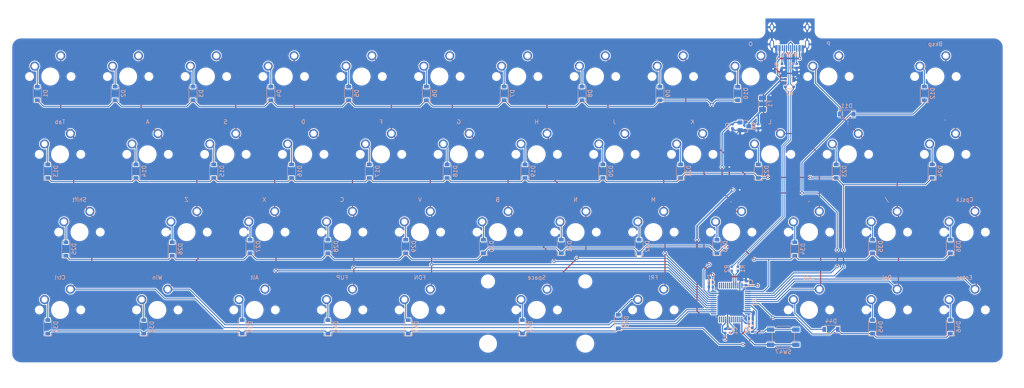
<source format=kicad_pcb>
(kicad_pcb (version 20171130) (host pcbnew "(5.1.4)-1")
  (layers (0 F.Cu signal) (31 B.Cu signal) (34 B.Paste user) (35 F.Paste user) (36 B.SilkS user) (37 F.SilkS user) (38 B.Mask user) (39 F.Mask user) (44 Edge.Cuts user))
  (net 0 "")
  (net 1 GND)
  (net 2 "Net-(C1-Pad1)")
  (net 3 +3V3)
  (net 4 +5V)
  (net 5 "Net-(D1-Pad2)")
  (net 6 row0)
  (net 7 "Net-(D2-Pad2)")
  (net 8 "Net-(D3-Pad2)")
  (net 9 "Net-(D4-Pad2)")
  (net 10 "Net-(D5-Pad2)")
  (net 11 "Net-(D6-Pad2)")
  (net 12 "Net-(D7-Pad2)")
  (net 13 "Net-(D8-Pad2)")
  (net 14 "Net-(D9-Pad2)")
  (net 15 "Net-(D10-Pad2)")
  (net 16 "Net-(D11-Pad2)")
  (net 17 "Net-(D12-Pad2)")
  (net 18 "Net-(D13-Pad2)")
  (net 19 row1)
  (net 20 "Net-(D14-Pad2)")
  (net 21 "Net-(D15-Pad2)")
  (net 22 "Net-(D16-Pad2)")
  (net 23 "Net-(D17-Pad2)")
  (net 24 "Net-(D18-Pad2)")
  (net 25 "Net-(D19-Pad2)")
  (net 26 "Net-(D20-Pad2)")
  (net 27 "Net-(D21-Pad2)")
  (net 28 "Net-(D22-Pad2)")
  (net 29 "Net-(D23-Pad2)")
  (net 30 "Net-(D24-Pad2)")
  (net 31 "Net-(D25-Pad2)")
  (net 32 row2)
  (net 33 "Net-(D26-Pad2)")
  (net 34 "Net-(D27-Pad2)")
  (net 35 "Net-(D28-Pad2)")
  (net 36 "Net-(D29-Pad2)")
  (net 37 "Net-(D30-Pad2)")
  (net 38 "Net-(D31-Pad2)")
  (net 39 "Net-(D32-Pad2)")
  (net 40 "Net-(D33-Pad2)")
  (net 41 "Net-(D34-Pad2)")
  (net 42 "Net-(D35-Pad2)")
  (net 43 "Net-(D36-Pad2)")
  (net 44 "Net-(D37-Pad2)")
  (net 45 row3)
  (net 46 "Net-(D38-Pad2)")
  (net 47 "Net-(D39-Pad2)")
  (net 48 "Net-(D40-Pad2)")
  (net 49 "Net-(D41-Pad2)")
  (net 50 "Net-(D42-Pad2)")
  (net 51 "Net-(D43-Pad2)")
  (net 52 "Net-(D44-Pad2)")
  (net 53 "Net-(D45-Pad2)")
  (net 54 "Net-(D46-Pad2)")
  (net 55 VCC)
  (net 56 D+)
  (net 57 D-)
  (net 58 "Net-(R3-Pad1)")
  (net 59 "Net-(R4-Pad1)")
  (net 60 BOOT0)
  (net 61 col0)
  (net 62 col1)
  (net 63 col2)
  (net 64 col3)
  (net 65 col4)
  (net 66 col5)
  (net 67 col6)
  (net 68 col7)
  (net 69 col8)
  (net 70 col9)
  (net 71 col10)
  (net 72 col11)
  (net 73 "Net-(U1-Pad34)")
  (net 74 "Net-(U1-Pad31)")
  (net 75 "Net-(U1-Pad30)")
  (net 76 "Net-(U1-Pad29)")
  (net 77 "Net-(U1-Pad13)")
  (net 78 "Net-(U1-Pad6)")
  (net 79 "Net-(U1-Pad5)")
  (net 80 "Net-(U1-Pad4)")
  (net 81 "Net-(U1-Pad3)")
  (net 82 "Net-(U1-Pad2)")
  (net 83 "Net-(USB1-Pad3)")
  (net 84 "Net-(USB1-Pad9)")
  (net 85 "Net-(U1-Pad46)")
  (net 86 "Net-(U1-Pad45)")
  (net 87 "Net-(U1-Pad28)")
  (net 88 "Net-(U1-Pad27)")
  (net 89 "Net-(U1-Pad26)")
  (net 90 "Net-(U1-Pad25)")
  (net 91 "Net-(U1-Pad12)")
  (net 92 "Net-(U1-Pad11)")
  (net 93 "Net-(U1-Pad10)")
  (net 94 /DP)
  (net 95 /DN)
  (module Button_Switch_SMD:SW_SPST_SKQG_WithStem (layer B.Cu) (at 347.726 113.03)
    (fp_text reference SW47 (at 0 3.6) (layer B.SilkS) (effects (justify mirror)))
    (fp_text value SW_Push)
    (pad 2 smd rect (at 3.1 -1.85) (size 1.8 1.1) (layers B.Cu B.Paste B.Mask) (net 60 BOOT0))
    (pad 2 smd rect (at -3.1 -1.85) (size 1.8 1.1) (layers B.Cu B.Paste B.Mask) (net 60 BOOT0))
    (pad 1 smd rect (at 3.1 1.85) (size 1.8 1.1) (layers B.Cu B.Paste B.Mask) (net 3 +3V3))
    (pad 1 smd rect (at -3.1 1.85) (size 1.8 1.1) (layers B.Cu B.Paste B.Mask) (net 3 +3V3))
  )
  (module MX_Only:MXOnly-1U-NoLED (layer F.Cu) (at 344.4875 68.2625)
    (fp_text reference SW22)
    (fp_text value L (at 0 -7.9375) (layer B.SilkS) (effects (justify mirror)))
    (pad 2 thru_hole circle (at 2.54 -5.08) (size 2.25 2.25) (drill 1.47) (layers *.Cu *.Mask) (net 70 col9))
    (pad "" np_thru_hole circle (at 0 0) (size 3.9878 3.9878) (drill 3.9878) (layers *.Cu *.Mask))
    (pad 1 thru_hole circle (at -3.81 -2.54) (size 2.25 2.25) (drill 1.47) (layers *.Cu *.Mask) (net 28 "Net-(D22-Pad2)"))
    (pad "" np_thru_hole circle (at -5.08 0 48.0996) (size 1.75 1.75) (drill 1.75) (layers *.Cu *.Mask))
    (pad "" np_thru_hole circle (at 5.08 0 48.0996) (size 1.75 1.75) (drill 1.75) (layers *.Cu *.Mask))
  )
  (module MX_Only:MXOnly-2U-NoLED (layer F.Cu) (at 287.3375 106.3625)
    (fp_text reference SW42)
    (fp_text value Space (at 0 -7.9375) (layer B.SilkS) (effects (justify mirror)))
    (pad 2 thru_hole circle (at 2.54 -5.08) (size 2.25 2.25) (drill 1.47) (layers *.Cu *.Mask) (net 67 col6))
    (pad "" np_thru_hole circle (at 0 0) (size 3.9878 3.9878) (drill 3.9878) (layers *.Cu *.Mask))
    (pad 1 thru_hole circle (at -3.81 -2.54) (size 2.25 2.25) (drill 1.47) (layers *.Cu *.Mask) (net 50 "Net-(D42-Pad2)"))
    (pad "" np_thru_hole circle (at -5.08 0 48.0996) (size 1.75 1.75) (drill 1.75) (layers *.Cu *.Mask))
    (pad "" np_thru_hole circle (at 5.08 0 48.0996) (size 1.75 1.75) (drill 1.75) (layers *.Cu *.Mask))
    (pad "" np_thru_hole circle (at -11.90625 -6.985) (size 3.048 3.048) (drill 3.048) (layers *.Cu *.Mask))
    (pad "" np_thru_hole circle (at 11.90625 -6.985) (size 3.048 3.048) (drill 3.048) (layers *.Cu *.Mask))
    (pad "" np_thru_hole circle (at -11.90625 8.255) (size 3.9878 3.9878) (drill 3.9878) (layers *.Cu *.Mask))
    (pad "" np_thru_hole circle (at 11.90625 8.255) (size 3.9878 3.9878) (drill 3.9878) (layers *.Cu *.Mask))
  )
  (module MX_Only:MXOnly-1.25U-NoLED (layer F.Cu) (at 218.28125 106.3625)
    (fp_text reference SW39)
    (fp_text value Alt (at 0 -7.9375) (layer B.SilkS) (effects (justify mirror)))
    (pad 2 thru_hole circle (at 2.54 -5.08) (size 2.25 2.25) (drill 1.47) (layers *.Cu *.Mask) (net 63 col2))
    (pad "" np_thru_hole circle (at 0 0) (size 3.9878 3.9878) (drill 3.9878) (layers *.Cu *.Mask))
    (pad 1 thru_hole circle (at -3.81 -2.54) (size 2.25 2.25) (drill 1.47) (layers *.Cu *.Mask) (net 47 "Net-(D39-Pad2)"))
    (pad "" np_thru_hole circle (at -5.08 0 48.0996) (size 1.75 1.75) (drill 1.75) (layers *.Cu *.Mask))
    (pad "" np_thru_hole circle (at 5.08 0 48.0996) (size 1.75 1.75) (drill 1.75) (layers *.Cu *.Mask))
  )
  (module MX_Only:MXOnly-1.25U-NoLED (layer F.Cu) (at 194.46875 106.3625)
    (fp_text reference SW38)
    (fp_text value Win (at 0 -7.9375) (layer B.SilkS) (effects (justify mirror)))
    (pad 2 thru_hole circle (at 2.54 -5.08) (size 2.25 2.25) (drill 1.47) (layers *.Cu *.Mask) (net 62 col1))
    (pad "" np_thru_hole circle (at 0 0) (size 3.9878 3.9878) (drill 3.9878) (layers *.Cu *.Mask))
    (pad 1 thru_hole circle (at -3.81 -2.54) (size 2.25 2.25) (drill 1.47) (layers *.Cu *.Mask) (net 46 "Net-(D38-Pad2)"))
    (pad "" np_thru_hole circle (at -5.08 0 48.0996) (size 1.75 1.75) (drill 1.75) (layers *.Cu *.Mask))
    (pad "" np_thru_hole circle (at 5.08 0 48.0996) (size 1.75 1.75) (drill 1.75) (layers *.Cu *.Mask))
  )
  (module MX_Only:MXOnly-1.25U-NoLED (layer F.Cu) (at 170.65625 106.3625)
    (fp_text reference SW37)
    (fp_text value Ctrl (at 0 -7.9375) (layer B.SilkS) (effects (justify mirror)))
    (pad 2 thru_hole circle (at 2.54 -5.08) (size 2.25 2.25) (drill 1.47) (layers *.Cu *.Mask) (net 61 col0))
    (pad "" np_thru_hole circle (at 0 0) (size 3.9878 3.9878) (drill 3.9878) (layers *.Cu *.Mask))
    (pad 1 thru_hole circle (at -3.81 -2.54) (size 2.25 2.25) (drill 1.47) (layers *.Cu *.Mask) (net 44 "Net-(D37-Pad2)"))
    (pad "" np_thru_hole circle (at -5.08 0 48.0996) (size 1.75 1.75) (drill 1.75) (layers *.Cu *.Mask))
    (pad "" np_thru_hole circle (at 5.08 0 48.0996) (size 1.75 1.75) (drill 1.75) (layers *.Cu *.Mask))
  )
  (module MX_Only:MXOnly-1.75U-NoLED (layer F.Cu) (at 175.41875 87.3125)
    (fp_text reference SW25)
    (fp_text value Shift (at 0 -7.9375) (layer B.SilkS) (effects (justify mirror)))
    (pad 2 thru_hole circle (at 2.54 -5.08) (size 2.25 2.25) (drill 1.47) (layers *.Cu *.Mask) (net 61 col0))
    (pad "" np_thru_hole circle (at 0 0) (size 3.9878 3.9878) (drill 3.9878) (layers *.Cu *.Mask))
    (pad 1 thru_hole circle (at -3.81 -2.54) (size 2.25 2.25) (drill 1.47) (layers *.Cu *.Mask) (net 31 "Net-(D25-Pad2)"))
    (pad "" np_thru_hole circle (at -5.08 0 48.0996) (size 1.75 1.75) (drill 1.75) (layers *.Cu *.Mask))
    (pad "" np_thru_hole circle (at 5.08 0 48.0996) (size 1.75 1.75) (drill 1.75) (layers *.Cu *.Mask))
  )
  (module MX_Only:MXOnly-1.5U-NoLED (layer F.Cu) (at 387.35 68.2625)
    (fp_text reference SW24)
    (fp_text value ' (at 0 -7.9375) (layer B.SilkS) (effects (justify mirror)))
    (pad 2 thru_hole circle (at 2.54 -5.08) (size 2.25 2.25) (drill 1.47) (layers *.Cu *.Mask) (net 72 col11))
    (pad "" np_thru_hole circle (at 0 0) (size 3.9878 3.9878) (drill 3.9878) (layers *.Cu *.Mask))
    (pad 1 thru_hole circle (at -3.81 -2.54) (size 2.25 2.25) (drill 1.47) (layers *.Cu *.Mask) (net 30 "Net-(D24-Pad2)"))
    (pad "" np_thru_hole circle (at -5.08 0 48.0996) (size 1.75 1.75) (drill 1.75) (layers *.Cu *.Mask))
    (pad "" np_thru_hole circle (at 5.08 0 48.0996) (size 1.75 1.75) (drill 1.75) (layers *.Cu *.Mask))
  )
  (module MX_Only:MXOnly-1.25U-NoLED (layer F.Cu) (at 170.65625 68.2625)
    (fp_text reference SW13)
    (fp_text value Tab (at 0 -7.9375) (layer B.SilkS) (effects (justify mirror)))
    (pad 2 thru_hole circle (at 2.54 -5.08) (size 2.25 2.25) (drill 1.47) (layers *.Cu *.Mask) (net 61 col0))
    (pad "" np_thru_hole circle (at 0 0) (size 3.9878 3.9878) (drill 3.9878) (layers *.Cu *.Mask))
    (pad 1 thru_hole circle (at -3.81 -2.54) (size 2.25 2.25) (drill 1.47) (layers *.Cu *.Mask) (net 18 "Net-(D13-Pad2)"))
    (pad "" np_thru_hole circle (at -5.08 0 48.0996) (size 1.75 1.75) (drill 1.75) (layers *.Cu *.Mask))
    (pad "" np_thru_hole circle (at 5.08 0 48.0996) (size 1.75 1.75) (drill 1.75) (layers *.Cu *.Mask))
  )
  (module MX_Only:MXOnly-1.75U-NoLED (layer F.Cu) (at 384.96875 49.2125)
    (fp_text reference SW12)
    (fp_text value Bksp (at 0 -7.9375) (layer B.SilkS) (effects (justify mirror)))
    (pad 2 thru_hole circle (at 2.54 -5.08) (size 2.25 2.25) (drill 1.47) (layers *.Cu *.Mask) (net 72 col11))
    (pad "" np_thru_hole circle (at 0 0) (size 3.9878 3.9878) (drill 3.9878) (layers *.Cu *.Mask))
    (pad 1 thru_hole circle (at -3.81 -2.54) (size 2.25 2.25) (drill 1.47) (layers *.Cu *.Mask) (net 17 "Net-(D12-Pad2)"))
    (pad "" np_thru_hole circle (at -5.08 0 48.0996) (size 1.75 1.75) (drill 1.75) (layers *.Cu *.Mask))
    (pad "" np_thru_hole circle (at 5.08 0 48.0996) (size 1.75 1.75) (drill 1.75) (layers *.Cu *.Mask))
  )
  (module MX_Only:MXOnly-1U-NoLED (layer F.Cu) (at 220.6625 87.3125)
    (fp_text reference SW27)
    (fp_text value X (at 0 -7.9375) (layer B.SilkS) (effects (justify mirror)))
    (pad 2 thru_hole circle (at 2.54 -5.08) (size 2.25 2.25) (drill 1.47) (layers *.Cu *.Mask) (net 63 col2))
    (pad "" np_thru_hole circle (at 0 0) (size 3.9878 3.9878) (drill 3.9878) (layers *.Cu *.Mask))
    (pad 1 thru_hole circle (at -3.81 -2.54) (size 2.25 2.25) (drill 1.47) (layers *.Cu *.Mask) (net 34 "Net-(D27-Pad2)"))
    (pad "" np_thru_hole circle (at -5.08 0 48.0996) (size 1.75 1.75) (drill 1.75) (layers *.Cu *.Mask))
    (pad "" np_thru_hole circle (at 5.08 0 48.0996) (size 1.75 1.75) (drill 1.75) (layers *.Cu *.Mask))
  )
  (module MX_Only:MXOnly-1U-NoLED (layer F.Cu) (at 258.7625 106.3625)
    (fp_text reference SW41)
    (fp_text value FDN (at 0 -7.9375) (layer B.SilkS) (effects (justify mirror)))
    (pad 2 thru_hole circle (at 2.54 -5.08) (size 2.25 2.25) (drill 1.47) (layers *.Cu *.Mask) (net 65 col4))
    (pad "" np_thru_hole circle (at 0 0) (size 3.9878 3.9878) (drill 3.9878) (layers *.Cu *.Mask))
    (pad 1 thru_hole circle (at -3.81 -2.54) (size 2.25 2.25) (drill 1.47) (layers *.Cu *.Mask) (net 49 "Net-(D41-Pad2)"))
    (pad "" np_thru_hole circle (at -5.08 0 48.0996) (size 1.75 1.75) (drill 1.75) (layers *.Cu *.Mask))
    (pad "" np_thru_hole circle (at 5.08 0 48.0996) (size 1.75 1.75) (drill 1.75) (layers *.Cu *.Mask))
  )
  (module MX_Only:MXOnly-1U-NoLED (layer F.Cu) (at 392.1125 106.3625)
    (fp_text reference SW46)
    (fp_text value Enter (at 0 -7.9375) (layer B.SilkS) (effects (justify mirror)))
    (pad 2 thru_hole circle (at 2.54 -5.08) (size 2.25 2.25) (drill 1.47) (layers *.Cu *.Mask) (net 72 col11))
    (pad "" np_thru_hole circle (at 0 0) (size 3.9878 3.9878) (drill 3.9878) (layers *.Cu *.Mask))
    (pad 1 thru_hole circle (at -3.81 -2.54) (size 2.25 2.25) (drill 1.47) (layers *.Cu *.Mask) (net 54 "Net-(D46-Pad2)"))
    (pad "" np_thru_hole circle (at -5.08 0 48.0996) (size 1.75 1.75) (drill 1.75) (layers *.Cu *.Mask))
    (pad "" np_thru_hole circle (at 5.08 0 48.0996) (size 1.75 1.75) (drill 1.75) (layers *.Cu *.Mask))
  )
  (module MX_Only:MXOnly-1U-NoLED (layer F.Cu) (at 373.0625 106.3625)
    (fp_text reference SW45)
    (fp_text value Del (at 0 -7.9375) (layer B.SilkS) (effects (justify mirror)))
    (pad 2 thru_hole circle (at 2.54 -5.08) (size 2.25 2.25) (drill 1.47) (layers *.Cu *.Mask) (net 71 col10))
    (pad "" np_thru_hole circle (at 0 0) (size 3.9878 3.9878) (drill 3.9878) (layers *.Cu *.Mask))
    (pad 1 thru_hole circle (at -3.81 -2.54) (size 2.25 2.25) (drill 1.47) (layers *.Cu *.Mask) (net 53 "Net-(D45-Pad2)"))
    (pad "" np_thru_hole circle (at -5.08 0 48.0996) (size 1.75 1.75) (drill 1.75) (layers *.Cu *.Mask))
    (pad "" np_thru_hole circle (at 5.08 0 48.0996) (size 1.75 1.75) (drill 1.75) (layers *.Cu *.Mask))
  )
  (module MX_Only:MXOnly-1U-NoLED (layer F.Cu) (at 354.0125 106.3625)
    (fp_text reference SW44)
    (fp_text value Left (at 0 -7.9375) (layer B.SilkS) (effects (justify mirror)))
    (pad 2 thru_hole circle (at 2.54 -5.08) (size 2.25 2.25) (drill 1.47) (layers *.Cu *.Mask) (net 70 col9))
    (pad "" np_thru_hole circle (at 0 0) (size 3.9878 3.9878) (drill 3.9878) (layers *.Cu *.Mask))
    (pad 1 thru_hole circle (at -3.81 -2.54) (size 2.25 2.25) (drill 1.47) (layers *.Cu *.Mask) (net 52 "Net-(D44-Pad2)"))
    (pad "" np_thru_hole circle (at -5.08 0 48.0996) (size 1.75 1.75) (drill 1.75) (layers *.Cu *.Mask))
    (pad "" np_thru_hole circle (at 5.08 0 48.0996) (size 1.75 1.75) (drill 1.75) (layers *.Cu *.Mask))
  )
  (module MX_Only:MXOnly-1U-NoLED (layer F.Cu) (at 315.9125 106.3625)
    (fp_text reference SW43)
    (fp_text value FRI (at 0 -7.9375) (layer B.SilkS) (effects (justify mirror)))
    (pad 2 thru_hole circle (at 2.54 -5.08) (size 2.25 2.25) (drill 1.47) (layers *.Cu *.Mask) (net 68 col7))
    (pad "" np_thru_hole circle (at 0 0) (size 3.9878 3.9878) (drill 3.9878) (layers *.Cu *.Mask))
    (pad 1 thru_hole circle (at -3.81 -2.54) (size 2.25 2.25) (drill 1.47) (layers *.Cu *.Mask) (net 51 "Net-(D43-Pad2)"))
    (pad "" np_thru_hole circle (at -5.08 0 48.0996) (size 1.75 1.75) (drill 1.75) (layers *.Cu *.Mask))
    (pad "" np_thru_hole circle (at 5.08 0 48.0996) (size 1.75 1.75) (drill 1.75) (layers *.Cu *.Mask))
  )
  (module MX_Only:MXOnly-1U-NoLED (layer F.Cu) (at 239.7125 106.3625)
    (fp_text reference SW40)
    (fp_text value FUP (at 0 -7.9375) (layer B.SilkS) (effects (justify mirror)))
    (pad 2 thru_hole circle (at 2.54 -5.08) (size 2.25 2.25) (drill 1.47) (layers *.Cu *.Mask) (net 64 col3))
    (pad "" np_thru_hole circle (at 0 0) (size 3.9878 3.9878) (drill 3.9878) (layers *.Cu *.Mask))
    (pad 1 thru_hole circle (at -3.81 -2.54) (size 2.25 2.25) (drill 1.47) (layers *.Cu *.Mask) (net 48 "Net-(D40-Pad2)"))
    (pad "" np_thru_hole circle (at -5.08 0 48.0996) (size 1.75 1.75) (drill 1.75) (layers *.Cu *.Mask))
    (pad "" np_thru_hole circle (at 5.08 0 48.0996) (size 1.75 1.75) (drill 1.75) (layers *.Cu *.Mask))
  )
  (module MX_Only:MXOnly-1U-NoLED (layer F.Cu) (at 392.1125 87.3125)
    (fp_text reference SW36)
    (fp_text value CpsLk (at 0 -7.9375) (layer B.SilkS) (effects (justify mirror)))
    (pad 2 thru_hole circle (at 2.54 -5.08) (size 2.25 2.25) (drill 1.47) (layers *.Cu *.Mask) (net 72 col11))
    (pad "" np_thru_hole circle (at 0 0) (size 3.9878 3.9878) (drill 3.9878) (layers *.Cu *.Mask))
    (pad 1 thru_hole circle (at -3.81 -2.54) (size 2.25 2.25) (drill 1.47) (layers *.Cu *.Mask) (net 43 "Net-(D36-Pad2)"))
    (pad "" np_thru_hole circle (at -5.08 0 48.0996) (size 1.75 1.75) (drill 1.75) (layers *.Cu *.Mask))
    (pad "" np_thru_hole circle (at 5.08 0 48.0996) (size 1.75 1.75) (drill 1.75) (layers *.Cu *.Mask))
  )
  (module MX_Only:MXOnly-1U-NoLED (layer F.Cu) (at 373.0625 87.3125)
    (fp_text reference SW35)
    (fp_text value / (at 0 -7.9375) (layer B.SilkS) (effects (justify mirror)))
    (pad 2 thru_hole circle (at 2.54 -5.08) (size 2.25 2.25) (drill 1.47) (layers *.Cu *.Mask) (net 71 col10))
    (pad "" np_thru_hole circle (at 0 0) (size 3.9878 3.9878) (drill 3.9878) (layers *.Cu *.Mask))
    (pad 1 thru_hole circle (at -3.81 -2.54) (size 2.25 2.25) (drill 1.47) (layers *.Cu *.Mask) (net 42 "Net-(D35-Pad2)"))
    (pad "" np_thru_hole circle (at -5.08 0 48.0996) (size 1.75 1.75) (drill 1.75) (layers *.Cu *.Mask))
    (pad "" np_thru_hole circle (at 5.08 0 48.0996) (size 1.75 1.75) (drill 1.75) (layers *.Cu *.Mask))
  )
  (module MX_Only:MXOnly-1U-NoLED (layer F.Cu) (at 354.0125 87.3125)
    (fp_text reference SW34)
    (fp_text value . (at 0 -7.9375) (layer B.SilkS) (effects (justify mirror)))
    (pad 2 thru_hole circle (at 2.54 -5.08) (size 2.25 2.25) (drill 1.47) (layers *.Cu *.Mask) (net 70 col9))
    (pad "" np_thru_hole circle (at 0 0) (size 3.9878 3.9878) (drill 3.9878) (layers *.Cu *.Mask))
    (pad 1 thru_hole circle (at -3.81 -2.54) (size 2.25 2.25) (drill 1.47) (layers *.Cu *.Mask) (net 41 "Net-(D34-Pad2)"))
    (pad "" np_thru_hole circle (at -5.08 0 48.0996) (size 1.75 1.75) (drill 1.75) (layers *.Cu *.Mask))
    (pad "" np_thru_hole circle (at 5.08 0 48.0996) (size 1.75 1.75) (drill 1.75) (layers *.Cu *.Mask))
  )
  (module MX_Only:MXOnly-1U-NoLED (layer F.Cu) (at 334.9625 87.3125)
    (fp_text reference SW33)
    (fp_text value , (at 0 -7.9375) (layer B.SilkS) (effects (justify mirror)))
    (pad 2 thru_hole circle (at 2.54 -5.08) (size 2.25 2.25) (drill 1.47) (layers *.Cu *.Mask) (net 69 col8))
    (pad "" np_thru_hole circle (at 0 0) (size 3.9878 3.9878) (drill 3.9878) (layers *.Cu *.Mask))
    (pad 1 thru_hole circle (at -3.81 -2.54) (size 2.25 2.25) (drill 1.47) (layers *.Cu *.Mask) (net 40 "Net-(D33-Pad2)"))
    (pad "" np_thru_hole circle (at -5.08 0 48.0996) (size 1.75 1.75) (drill 1.75) (layers *.Cu *.Mask))
    (pad "" np_thru_hole circle (at 5.08 0 48.0996) (size 1.75 1.75) (drill 1.75) (layers *.Cu *.Mask))
  )
  (module MX_Only:MXOnly-1U-NoLED (layer F.Cu) (at 315.9125 87.3125)
    (fp_text reference SW32)
    (fp_text value M (at 0 -7.9375) (layer B.SilkS) (effects (justify mirror)))
    (pad 2 thru_hole circle (at 2.54 -5.08) (size 2.25 2.25) (drill 1.47) (layers *.Cu *.Mask) (net 68 col7))
    (pad "" np_thru_hole circle (at 0 0) (size 3.9878 3.9878) (drill 3.9878) (layers *.Cu *.Mask))
    (pad 1 thru_hole circle (at -3.81 -2.54) (size 2.25 2.25) (drill 1.47) (layers *.Cu *.Mask) (net 39 "Net-(D32-Pad2)"))
    (pad "" np_thru_hole circle (at -5.08 0 48.0996) (size 1.75 1.75) (drill 1.75) (layers *.Cu *.Mask))
    (pad "" np_thru_hole circle (at 5.08 0 48.0996) (size 1.75 1.75) (drill 1.75) (layers *.Cu *.Mask))
  )
  (module MX_Only:MXOnly-1U-NoLED (layer F.Cu) (at 296.8625 87.3125)
    (fp_text reference SW31)
    (fp_text value N (at 0 -7.9375) (layer B.SilkS) (effects (justify mirror)))
    (pad 2 thru_hole circle (at 2.54 -5.08) (size 2.25 2.25) (drill 1.47) (layers *.Cu *.Mask) (net 67 col6))
    (pad "" np_thru_hole circle (at 0 0) (size 3.9878 3.9878) (drill 3.9878) (layers *.Cu *.Mask))
    (pad 1 thru_hole circle (at -3.81 -2.54) (size 2.25 2.25) (drill 1.47) (layers *.Cu *.Mask) (net 38 "Net-(D31-Pad2)"))
    (pad "" np_thru_hole circle (at -5.08 0 48.0996) (size 1.75 1.75) (drill 1.75) (layers *.Cu *.Mask))
    (pad "" np_thru_hole circle (at 5.08 0 48.0996) (size 1.75 1.75) (drill 1.75) (layers *.Cu *.Mask))
  )
  (module MX_Only:MXOnly-1U-NoLED (layer F.Cu) (at 277.8125 87.3125)
    (fp_text reference SW30)
    (fp_text value B (at 0 -7.9375) (layer B.SilkS) (effects (justify mirror)))
    (pad 2 thru_hole circle (at 2.54 -5.08) (size 2.25 2.25) (drill 1.47) (layers *.Cu *.Mask) (net 66 col5))
    (pad "" np_thru_hole circle (at 0 0) (size 3.9878 3.9878) (drill 3.9878) (layers *.Cu *.Mask))
    (pad 1 thru_hole circle (at -3.81 -2.54) (size 2.25 2.25) (drill 1.47) (layers *.Cu *.Mask) (net 37 "Net-(D30-Pad2)"))
    (pad "" np_thru_hole circle (at -5.08 0 48.0996) (size 1.75 1.75) (drill 1.75) (layers *.Cu *.Mask))
    (pad "" np_thru_hole circle (at 5.08 0 48.0996) (size 1.75 1.75) (drill 1.75) (layers *.Cu *.Mask))
  )
  (module MX_Only:MXOnly-1U-NoLED (layer F.Cu) (at 258.7625 87.3125)
    (fp_text reference SW29)
    (fp_text value V (at 0 -7.9375) (layer B.SilkS) (effects (justify mirror)))
    (pad 2 thru_hole circle (at 2.54 -5.08) (size 2.25 2.25) (drill 1.47) (layers *.Cu *.Mask) (net 65 col4))
    (pad "" np_thru_hole circle (at 0 0) (size 3.9878 3.9878) (drill 3.9878) (layers *.Cu *.Mask))
    (pad 1 thru_hole circle (at -3.81 -2.54) (size 2.25 2.25) (drill 1.47) (layers *.Cu *.Mask) (net 36 "Net-(D29-Pad2)"))
    (pad "" np_thru_hole circle (at -5.08 0 48.0996) (size 1.75 1.75) (drill 1.75) (layers *.Cu *.Mask))
    (pad "" np_thru_hole circle (at 5.08 0 48.0996) (size 1.75 1.75) (drill 1.75) (layers *.Cu *.Mask))
  )
  (module MX_Only:MXOnly-1U-NoLED (layer F.Cu) (at 239.7125 87.3125)
    (fp_text reference SW28)
    (fp_text value C (at 0 -7.9375) (layer B.SilkS) (effects (justify mirror)))
    (pad 2 thru_hole circle (at 2.54 -5.08) (size 2.25 2.25) (drill 1.47) (layers *.Cu *.Mask) (net 64 col3))
    (pad "" np_thru_hole circle (at 0 0) (size 3.9878 3.9878) (drill 3.9878) (layers *.Cu *.Mask))
    (pad 1 thru_hole circle (at -3.81 -2.54) (size 2.25 2.25) (drill 1.47) (layers *.Cu *.Mask) (net 35 "Net-(D28-Pad2)"))
    (pad "" np_thru_hole circle (at -5.08 0 48.0996) (size 1.75 1.75) (drill 1.75) (layers *.Cu *.Mask))
    (pad "" np_thru_hole circle (at 5.08 0 48.0996) (size 1.75 1.75) (drill 1.75) (layers *.Cu *.Mask))
  )
  (module MX_Only:MXOnly-1U-NoLED (layer F.Cu) (at 201.6125 87.3125)
    (fp_text reference SW26)
    (fp_text value Z (at 0 -7.9375) (layer B.SilkS) (effects (justify mirror)))
    (pad 2 thru_hole circle (at 2.54 -5.08) (size 2.25 2.25) (drill 1.47) (layers *.Cu *.Mask) (net 62 col1))
    (pad "" np_thru_hole circle (at 0 0) (size 3.9878 3.9878) (drill 3.9878) (layers *.Cu *.Mask))
    (pad 1 thru_hole circle (at -3.81 -2.54) (size 2.25 2.25) (drill 1.47) (layers *.Cu *.Mask) (net 33 "Net-(D26-Pad2)"))
    (pad "" np_thru_hole circle (at -5.08 0 48.0996) (size 1.75 1.75) (drill 1.75) (layers *.Cu *.Mask))
    (pad "" np_thru_hole circle (at 5.08 0 48.0996) (size 1.75 1.75) (drill 1.75) (layers *.Cu *.Mask))
  )
  (module MX_Only:MXOnly-1U-NoLED (layer F.Cu) (at 363.5375 68.2625)
    (fp_text reference SW23)
    (fp_text value ; (at 0 -7.9375) (layer B.SilkS) (effects (justify mirror)))
    (pad 2 thru_hole circle (at 2.54 -5.08) (size 2.25 2.25) (drill 1.47) (layers *.Cu *.Mask) (net 71 col10))
    (pad "" np_thru_hole circle (at 0 0) (size 3.9878 3.9878) (drill 3.9878) (layers *.Cu *.Mask))
    (pad 1 thru_hole circle (at -3.81 -2.54) (size 2.25 2.25) (drill 1.47) (layers *.Cu *.Mask) (net 29 "Net-(D23-Pad2)"))
    (pad "" np_thru_hole circle (at -5.08 0 48.0996) (size 1.75 1.75) (drill 1.75) (layers *.Cu *.Mask))
    (pad "" np_thru_hole circle (at 5.08 0 48.0996) (size 1.75 1.75) (drill 1.75) (layers *.Cu *.Mask))
  )
  (module MX_Only:MXOnly-1U-NoLED (layer F.Cu) (at 325.4375 68.2625)
    (fp_text reference SW21)
    (fp_text value K (at 0 -7.9375) (layer B.SilkS) (effects (justify mirror)))
    (pad 2 thru_hole circle (at 2.54 -5.08) (size 2.25 2.25) (drill 1.47) (layers *.Cu *.Mask) (net 69 col8))
    (pad "" np_thru_hole circle (at 0 0) (size 3.9878 3.9878) (drill 3.9878) (layers *.Cu *.Mask))
    (pad 1 thru_hole circle (at -3.81 -2.54) (size 2.25 2.25) (drill 1.47) (layers *.Cu *.Mask) (net 27 "Net-(D21-Pad2)"))
    (pad "" np_thru_hole circle (at -5.08 0 48.0996) (size 1.75 1.75) (drill 1.75) (layers *.Cu *.Mask))
    (pad "" np_thru_hole circle (at 5.08 0 48.0996) (size 1.75 1.75) (drill 1.75) (layers *.Cu *.Mask))
  )
  (module MX_Only:MXOnly-1U-NoLED (layer F.Cu) (at 306.3875 68.2625)
    (fp_text reference SW20)
    (fp_text value J (at 0 -7.9375) (layer B.SilkS) (effects (justify mirror)))
    (pad 2 thru_hole circle (at 2.54 -5.08) (size 2.25 2.25) (drill 1.47) (layers *.Cu *.Mask) (net 68 col7))
    (pad "" np_thru_hole circle (at 0 0) (size 3.9878 3.9878) (drill 3.9878) (layers *.Cu *.Mask))
    (pad 1 thru_hole circle (at -3.81 -2.54) (size 2.25 2.25) (drill 1.47) (layers *.Cu *.Mask) (net 26 "Net-(D20-Pad2)"))
    (pad "" np_thru_hole circle (at -5.08 0 48.0996) (size 1.75 1.75) (drill 1.75) (layers *.Cu *.Mask))
    (pad "" np_thru_hole circle (at 5.08 0 48.0996) (size 1.75 1.75) (drill 1.75) (layers *.Cu *.Mask))
  )
  (module MX_Only:MXOnly-1U-NoLED (layer F.Cu) (at 287.3375 68.2625)
    (fp_text reference SW19)
    (fp_text value H (at 0 -7.9375) (layer B.SilkS) (effects (justify mirror)))
    (pad 2 thru_hole circle (at 2.54 -5.08) (size 2.25 2.25) (drill 1.47) (layers *.Cu *.Mask) (net 67 col6))
    (pad "" np_thru_hole circle (at 0 0) (size 3.9878 3.9878) (drill 3.9878) (layers *.Cu *.Mask))
    (pad 1 thru_hole circle (at -3.81 -2.54) (size 2.25 2.25) (drill 1.47) (layers *.Cu *.Mask) (net 25 "Net-(D19-Pad2)"))
    (pad "" np_thru_hole circle (at -5.08 0 48.0996) (size 1.75 1.75) (drill 1.75) (layers *.Cu *.Mask))
    (pad "" np_thru_hole circle (at 5.08 0 48.0996) (size 1.75 1.75) (drill 1.75) (layers *.Cu *.Mask))
  )
  (module MX_Only:MXOnly-1U-NoLED (layer F.Cu) (at 268.2875 68.2625)
    (fp_text reference SW18)
    (fp_text value G (at 0 -7.9375) (layer B.SilkS) (effects (justify mirror)))
    (pad 2 thru_hole circle (at 2.54 -5.08) (size 2.25 2.25) (drill 1.47) (layers *.Cu *.Mask) (net 66 col5))
    (pad "" np_thru_hole circle (at 0 0) (size 3.9878 3.9878) (drill 3.9878) (layers *.Cu *.Mask))
    (pad 1 thru_hole circle (at -3.81 -2.54) (size 2.25 2.25) (drill 1.47) (layers *.Cu *.Mask) (net 24 "Net-(D18-Pad2)"))
    (pad "" np_thru_hole circle (at -5.08 0 48.0996) (size 1.75 1.75) (drill 1.75) (layers *.Cu *.Mask))
    (pad "" np_thru_hole circle (at 5.08 0 48.0996) (size 1.75 1.75) (drill 1.75) (layers *.Cu *.Mask))
  )
  (module MX_Only:MXOnly-1U-NoLED (layer F.Cu) (at 249.2375 68.2625)
    (fp_text reference SW17)
    (fp_text value F (at 0 -7.9375) (layer B.SilkS) (effects (justify mirror)))
    (pad 2 thru_hole circle (at 2.54 -5.08) (size 2.25 2.25) (drill 1.47) (layers *.Cu *.Mask) (net 65 col4))
    (pad "" np_thru_hole circle (at 0 0) (size 3.9878 3.9878) (drill 3.9878) (layers *.Cu *.Mask))
    (pad 1 thru_hole circle (at -3.81 -2.54) (size 2.25 2.25) (drill 1.47) (layers *.Cu *.Mask) (net 23 "Net-(D17-Pad2)"))
    (pad "" np_thru_hole circle (at -5.08 0 48.0996) (size 1.75 1.75) (drill 1.75) (layers *.Cu *.Mask))
    (pad "" np_thru_hole circle (at 5.08 0 48.0996) (size 1.75 1.75) (drill 1.75) (layers *.Cu *.Mask))
  )
  (module MX_Only:MXOnly-1U-NoLED (layer F.Cu) (at 230.1875 68.2625)
    (fp_text reference SW16)
    (fp_text value D (at 0 -7.9375) (layer B.SilkS) (effects (justify mirror)))
    (pad 2 thru_hole circle (at 2.54 -5.08) (size 2.25 2.25) (drill 1.47) (layers *.Cu *.Mask) (net 64 col3))
    (pad "" np_thru_hole circle (at 0 0) (size 3.9878 3.9878) (drill 3.9878) (layers *.Cu *.Mask))
    (pad 1 thru_hole circle (at -3.81 -2.54) (size 2.25 2.25) (drill 1.47) (layers *.Cu *.Mask) (net 22 "Net-(D16-Pad2)"))
    (pad "" np_thru_hole circle (at -5.08 0 48.0996) (size 1.75 1.75) (drill 1.75) (layers *.Cu *.Mask))
    (pad "" np_thru_hole circle (at 5.08 0 48.0996) (size 1.75 1.75) (drill 1.75) (layers *.Cu *.Mask))
  )
  (module MX_Only:MXOnly-1U-NoLED (layer F.Cu) (at 211.1375 68.2625)
    (fp_text reference SW15)
    (fp_text value S (at 0 -7.9375) (layer B.SilkS) (effects (justify mirror)))
    (pad 2 thru_hole circle (at 2.54 -5.08) (size 2.25 2.25) (drill 1.47) (layers *.Cu *.Mask) (net 63 col2))
    (pad "" np_thru_hole circle (at 0 0) (size 3.9878 3.9878) (drill 3.9878) (layers *.Cu *.Mask))
    (pad 1 thru_hole circle (at -3.81 -2.54) (size 2.25 2.25) (drill 1.47) (layers *.Cu *.Mask) (net 21 "Net-(D15-Pad2)"))
    (pad "" np_thru_hole circle (at -5.08 0 48.0996) (size 1.75 1.75) (drill 1.75) (layers *.Cu *.Mask))
    (pad "" np_thru_hole circle (at 5.08 0 48.0996) (size 1.75 1.75) (drill 1.75) (layers *.Cu *.Mask))
  )
  (module MX_Only:MXOnly-1U-NoLED (layer F.Cu) (at 192.0875 68.2625)
    (fp_text reference SW14)
    (fp_text value A (at 0 -7.9375) (layer B.SilkS) (effects (justify mirror)))
    (pad 2 thru_hole circle (at 2.54 -5.08) (size 2.25 2.25) (drill 1.47) (layers *.Cu *.Mask) (net 62 col1))
    (pad "" np_thru_hole circle (at 0 0) (size 3.9878 3.9878) (drill 3.9878) (layers *.Cu *.Mask))
    (pad 1 thru_hole circle (at -3.81 -2.54) (size 2.25 2.25) (drill 1.47) (layers *.Cu *.Mask) (net 20 "Net-(D14-Pad2)"))
    (pad "" np_thru_hole circle (at -5.08 0 48.0996) (size 1.75 1.75) (drill 1.75) (layers *.Cu *.Mask))
    (pad "" np_thru_hole circle (at 5.08 0 48.0996) (size 1.75 1.75) (drill 1.75) (layers *.Cu *.Mask))
  )
  (module MX_Only:MXOnly-1U-NoLED (layer F.Cu) (at 358.775 49.2125)
    (fp_text reference SW11)
    (fp_text value P (at 0 -7.9375) (layer B.SilkS) (effects (justify mirror)))
    (pad 2 thru_hole circle (at 2.54 -5.08) (size 2.25 2.25) (drill 1.47) (layers *.Cu *.Mask) (net 71 col10))
    (pad "" np_thru_hole circle (at 0 0) (size 3.9878 3.9878) (drill 3.9878) (layers *.Cu *.Mask))
    (pad 1 thru_hole circle (at -3.81 -2.54) (size 2.25 2.25) (drill 1.47) (layers *.Cu *.Mask) (net 16 "Net-(D11-Pad2)"))
    (pad "" np_thru_hole circle (at -5.08 0 48.0996) (size 1.75 1.75) (drill 1.75) (layers *.Cu *.Mask))
    (pad "" np_thru_hole circle (at 5.08 0 48.0996) (size 1.75 1.75) (drill 1.75) (layers *.Cu *.Mask))
  )
  (module MX_Only:MXOnly-1U-NoLED (layer F.Cu) (at 339.725 49.2125)
    (fp_text reference SW10)
    (fp_text value O (at 0 -7.9375) (layer B.SilkS) (effects (justify mirror)))
    (pad 2 thru_hole circle (at 2.54 -5.08) (size 2.25 2.25) (drill 1.47) (layers *.Cu *.Mask) (net 70 col9))
    (pad "" np_thru_hole circle (at 0 0) (size 3.9878 3.9878) (drill 3.9878) (layers *.Cu *.Mask))
    (pad 1 thru_hole circle (at -3.81 -2.54) (size 2.25 2.25) (drill 1.47) (layers *.Cu *.Mask) (net 15 "Net-(D10-Pad2)"))
    (pad "" np_thru_hole circle (at -5.08 0 48.0996) (size 1.75 1.75) (drill 1.75) (layers *.Cu *.Mask))
    (pad "" np_thru_hole circle (at 5.08 0 48.0996) (size 1.75 1.75) (drill 1.75) (layers *.Cu *.Mask))
  )
  (module MX_Only:MXOnly-1U-NoLED (layer F.Cu) (at 320.675 49.2125)
    (fp_text reference SW9)
    (fp_text value I)
    (pad 2 thru_hole circle (at 2.54 -5.08) (size 2.25 2.25) (drill 1.47) (layers *.Cu B.Mask) (net 69 col8))
    (pad "" np_thru_hole circle (at 0 0) (size 3.9878 3.9878) (drill 3.9878) (layers *.Cu *.Mask))
    (pad 1 thru_hole circle (at -3.81 -2.54) (size 2.25 2.25) (drill 1.47) (layers *.Cu B.Mask) (net 14 "Net-(D9-Pad2)"))
    (pad "" np_thru_hole circle (at -5.08 0 48.0996) (size 1.75 1.75) (drill 1.75) (layers *.Cu *.Mask))
    (pad "" np_thru_hole circle (at 5.08 0 48.0996) (size 1.75 1.75) (drill 1.75) (layers *.Cu *.Mask))
  )
  (module MX_Only:MXOnly-1U-NoLED (layer F.Cu) (at 301.625 49.2125)
    (fp_text reference SW8)
    (fp_text value U)
    (pad 2 thru_hole circle (at 2.54 -5.08) (size 2.25 2.25) (drill 1.47) (layers *.Cu B.Mask) (net 68 col7))
    (pad "" np_thru_hole circle (at 0 0) (size 3.9878 3.9878) (drill 3.9878) (layers *.Cu *.Mask))
    (pad 1 thru_hole circle (at -3.81 -2.54) (size 2.25 2.25) (drill 1.47) (layers *.Cu B.Mask) (net 13 "Net-(D8-Pad2)"))
    (pad "" np_thru_hole circle (at -5.08 0 48.0996) (size 1.75 1.75) (drill 1.75) (layers *.Cu *.Mask))
    (pad "" np_thru_hole circle (at 5.08 0 48.0996) (size 1.75 1.75) (drill 1.75) (layers *.Cu *.Mask))
  )
  (module MX_Only:MXOnly-1U-NoLED (layer F.Cu) (at 282.575 49.2125)
    (fp_text reference SW7)
    (fp_text value Y)
    (pad 2 thru_hole circle (at 2.54 -5.08) (size 2.25 2.25) (drill 1.47) (layers *.Cu B.Mask) (net 67 col6))
    (pad "" np_thru_hole circle (at 0 0) (size 3.9878 3.9878) (drill 3.9878) (layers *.Cu *.Mask))
    (pad 1 thru_hole circle (at -3.81 -2.54) (size 2.25 2.25) (drill 1.47) (layers *.Cu B.Mask) (net 12 "Net-(D7-Pad2)"))
    (pad "" np_thru_hole circle (at -5.08 0 48.0996) (size 1.75 1.75) (drill 1.75) (layers *.Cu *.Mask))
    (pad "" np_thru_hole circle (at 5.08 0 48.0996) (size 1.75 1.75) (drill 1.75) (layers *.Cu *.Mask))
  )
  (module MX_Only:MXOnly-1U-NoLED (layer F.Cu) (at 263.525 49.2125)
    (fp_text reference SW6)
    (fp_text value T)
    (pad 2 thru_hole circle (at 2.54 -5.08) (size 2.25 2.25) (drill 1.47) (layers *.Cu B.Mask) (net 66 col5))
    (pad "" np_thru_hole circle (at 0 0) (size 3.9878 3.9878) (drill 3.9878) (layers *.Cu *.Mask))
    (pad 1 thru_hole circle (at -3.81 -2.54) (size 2.25 2.25) (drill 1.47) (layers *.Cu B.Mask) (net 11 "Net-(D6-Pad2)"))
    (pad "" np_thru_hole circle (at -5.08 0 48.0996) (size 1.75 1.75) (drill 1.75) (layers *.Cu *.Mask))
    (pad "" np_thru_hole circle (at 5.08 0 48.0996) (size 1.75 1.75) (drill 1.75) (layers *.Cu *.Mask))
  )
  (module MX_Only:MXOnly-1U-NoLED (layer F.Cu) (at 244.475 49.2125)
    (fp_text reference SW5)
    (fp_text value R)
    (pad 2 thru_hole circle (at 2.54 -5.08) (size 2.25 2.25) (drill 1.47) (layers *.Cu B.Mask) (net 65 col4))
    (pad "" np_thru_hole circle (at 0 0) (size 3.9878 3.9878) (drill 3.9878) (layers *.Cu *.Mask))
    (pad 1 thru_hole circle (at -3.81 -2.54) (size 2.25 2.25) (drill 1.47) (layers *.Cu B.Mask) (net 10 "Net-(D5-Pad2)"))
    (pad "" np_thru_hole circle (at -5.08 0 48.0996) (size 1.75 1.75) (drill 1.75) (layers *.Cu *.Mask))
    (pad "" np_thru_hole circle (at 5.08 0 48.0996) (size 1.75 1.75) (drill 1.75) (layers *.Cu *.Mask))
  )
  (module MX_Only:MXOnly-1U-NoLED (layer F.Cu) (at 225.425 49.2125)
    (fp_text reference SW4)
    (fp_text value E)
    (pad 2 thru_hole circle (at 2.54 -5.08) (size 2.25 2.25) (drill 1.47) (layers *.Cu B.Mask) (net 64 col3))
    (pad "" np_thru_hole circle (at 0 0) (size 3.9878 3.9878) (drill 3.9878) (layers *.Cu *.Mask))
    (pad 1 thru_hole circle (at -3.81 -2.54) (size 2.25 2.25) (drill 1.47) (layers *.Cu B.Mask) (net 9 "Net-(D4-Pad2)"))
    (pad "" np_thru_hole circle (at -5.08 0 48.0996) (size 1.75 1.75) (drill 1.75) (layers *.Cu *.Mask))
    (pad "" np_thru_hole circle (at 5.08 0 48.0996) (size 1.75 1.75) (drill 1.75) (layers *.Cu *.Mask))
  )
  (module MX_Only:MXOnly-1U-NoLED (layer F.Cu) (at 206.375 49.2125)
    (fp_text reference SW3)
    (fp_text value W)
    (pad 2 thru_hole circle (at 2.54 -5.08) (size 2.25 2.25) (drill 1.47) (layers *.Cu B.Mask) (net 63 col2))
    (pad "" np_thru_hole circle (at 0 0) (size 3.9878 3.9878) (drill 3.9878) (layers *.Cu *.Mask))
    (pad 1 thru_hole circle (at -3.81 -2.54) (size 2.25 2.25) (drill 1.47) (layers *.Cu B.Mask) (net 8 "Net-(D3-Pad2)"))
    (pad "" np_thru_hole circle (at -5.08 0 48.0996) (size 1.75 1.75) (drill 1.75) (layers *.Cu *.Mask))
    (pad "" np_thru_hole circle (at 5.08 0 48.0996) (size 1.75 1.75) (drill 1.75) (layers *.Cu *.Mask))
  )
  (module MX_Only:MXOnly-1U-NoLED (layer F.Cu) (at 187.325 49.2125)
    (fp_text reference SW2)
    (fp_text value Q)
    (pad 2 thru_hole circle (at 2.54 -5.08) (size 2.25 2.25) (drill 1.47) (layers *.Cu B.Mask) (net 62 col1))
    (pad "" np_thru_hole circle (at 0 0) (size 3.9878 3.9878) (drill 3.9878) (layers *.Cu *.Mask))
    (pad 1 thru_hole circle (at -3.81 -2.54) (size 2.25 2.25) (drill 1.47) (layers *.Cu B.Mask) (net 7 "Net-(D2-Pad2)"))
    (pad "" np_thru_hole circle (at -5.08 0 48.0996) (size 1.75 1.75) (drill 1.75) (layers *.Cu *.Mask))
    (pad "" np_thru_hole circle (at 5.08 0 48.0996) (size 1.75 1.75) (drill 1.75) (layers *.Cu *.Mask))
  )
  (module MX_Only:MXOnly-1U-NoLED (layer F.Cu) (at 168.275 49.2125)
    (fp_text reference SW1)
    (fp_text value ESC)
    (pad 2 thru_hole circle (at 2.54 -5.08) (size 2.25 2.25) (drill 1.47) (layers *.Cu B.Mask) (net 61 col0))
    (pad "" np_thru_hole circle (at 0 0) (size 3.9878 3.9878) (drill 3.9878) (layers *.Cu *.Mask))
    (pad 1 thru_hole circle (at -3.81 -2.54) (size 2.25 2.25) (drill 1.47) (layers *.Cu B.Mask) (net 5 "Net-(D1-Pad2)"))
    (pad "" np_thru_hole circle (at -5.08 0 48.0996) (size 1.75 1.75) (drill 1.75) (layers *.Cu *.Mask))
    (pad "" np_thru_hole circle (at 5.08 0 48.0996) (size 1.75 1.75) (drill 1.75) (layers *.Cu *.Mask))
  )
  (module Type-C:HRO-TYPE-C-31-M-12-Assembly (layer B.Cu) (at 349.25 34.544)
    (fp_text reference USB1 (at 0 9.25) (layer B.SilkS) (effects (justify mirror)))
    (fp_text value HRO-TYPE-C-31-M-12)
    (pad 13 thru_hole oval (at 4.32 2.6) (size 1 1.6) (drill oval 0.6 1.2) (layers *.Cu *.Mask) (net 1 GND))
    (pad 13 thru_hole oval (at -4.32 2.6) (size 1 1.6) (drill oval 0.6 1.2) (layers *.Cu *.Mask) (net 1 GND))
    (pad 13 thru_hole oval (at 4.32 6.78) (size 1 2.1) (drill oval 0.6 1.7) (layers *.Cu *.Mask) (net 1 GND))
    (pad 13 thru_hole oval (at -4.32 6.78) (size 1 2.1) (drill oval 0.6 1.7) (layers *.Cu *.Mask) (net 1 GND))
    (pad "" np_thru_hole circle (at -2.89 6.25) (size 0.65 0.65) (drill 0.65) (layers *.Cu *.Mask))
    (pad "" np_thru_hole circle (at 2.89 6.25) (size 0.65 0.65) (drill 0.65) (layers *.Cu *.Mask))
    (pad 6 smd rect (at -0.25 7.695) (size 0.3 1.45) (layers B.Cu B.Paste B.Mask) (net 94 /DP))
    (pad 7 smd rect (at 0.25 7.695) (size 0.3 1.45) (layers B.Cu B.Paste B.Mask) (net 95 /DN))
    (pad 8 smd rect (at 0.75 7.695) (size 0.3 1.45) (layers B.Cu B.Paste B.Mask) (net 94 /DP))
    (pad 5 smd rect (at -0.75 7.695) (size 0.3 1.45) (layers B.Cu B.Paste B.Mask) (net 95 /DN))
    (pad 9 smd rect (at 1.25 7.695) (size 0.3 1.45) (layers B.Cu B.Paste B.Mask) (net 84 "Net-(USB1-Pad9)"))
    (pad 4 smd rect (at -1.25 7.695) (size 0.3 1.45) (layers B.Cu B.Paste B.Mask) (net 59 "Net-(R4-Pad1)"))
    (pad 10 smd rect (at 1.75 7.695) (size 0.3 1.45) (layers B.Cu B.Paste B.Mask) (net 58 "Net-(R3-Pad1)"))
    (pad 3 smd rect (at -1.75 7.695) (size 0.3 1.45) (layers B.Cu B.Paste B.Mask) (net 83 "Net-(USB1-Pad3)"))
    (pad 2 smd rect (at -2.45 7.695) (size 0.6 1.45) (layers B.Cu B.Paste B.Mask) (net 55 VCC))
    (pad 11 smd rect (at 2.45 7.695) (size 0.6 1.45) (layers B.Cu B.Paste B.Mask) (net 55 VCC))
    (pad 1 smd rect (at -3.225 7.695) (size 0.6 1.45) (layers B.Cu B.Paste B.Mask) (net 1 GND))
    (pad 12 smd rect (at 3.225 7.695) (size 0.6 1.45) (layers B.Cu B.Paste B.Mask) (net 1 GND))
  )
  (module PMIC-LDO-XC6206P332MR-G_SOT23_:SOT-23 (layer B.Cu) (at 338.2 61.4 90)
    (fp_text reference U3 (at 0.318073 2.353755 90) (layer B.SilkS) (effects (font (size 0.701267 0.701267)) (justify mirror)))
    (fp_text value XC6206)
    (pad 1 smd rect (at -0.95 -1.06 90) (size 1.016 1.2) (layers B.Cu B.Paste B.Mask) (net 1 GND))
    (pad 2 smd rect (at 0.95 -1.06 90) (size 1.016 1.2) (layers B.Cu B.Paste B.Mask) (net 3 +3V3))
    (pad 3 smd rect (at 0 1.06 90) (size 1.016 1.2) (layers B.Cu B.Paste B.Mask) (net 4 +5V))
  )
  (module random-keyboard-parts:SOT143B (layer B.Cu) (at 349.25 50.8 180)
    (fp_text reference U2 (at 0 -2.45) (layer B.SilkS) (effects (justify mirror)))
    (fp_text value PRTR5V0U2X)
    (pad 1 smd rect (at -1 0.75 270) (size 1 0.7) (layers B.Cu B.Paste B.Mask) (net 1 GND))
    (pad 4 smd rect (at 1 0.95 270) (size 0.6 0.7) (layers B.Cu B.Paste B.Mask) (net 55 VCC))
    (pad 2 smd rect (at -1 -0.95 270) (size 0.6 0.7) (layers B.Cu B.Paste B.Mask) (net 94 /DP))
    (pad 3 smd rect (at 1 -0.95 270) (size 0.6 0.7) (layers B.Cu B.Paste B.Mask) (net 95 /DN))
  )
  (module Package_QFP:LQFP-48_7x7mm_P0.5mm (layer B.Cu) (at 334.8355 104.55275 90)
    (fp_text reference U1 (at 0 5.85 90) (layer B.SilkS) (effects (justify mirror)))
    (fp_text value STM32F072CBTx)
    (pad 1 smd roundrect (at -4.1625 2.75 90) (size 1.475 0.3) (layers B.Cu B.Paste B.Mask) (net 3 +3V3))
    (pad 2 smd roundrect (at -4.1625 2.25 90) (size 1.475 0.3) (layers B.Cu B.Paste B.Mask) (net 82 "Net-(U1-Pad2)"))
    (pad 3 smd roundrect (at -4.1625 1.75 90) (size 1.475 0.3) (layers B.Cu B.Paste B.Mask) (net 81 "Net-(U1-Pad3)"))
    (pad 4 smd roundrect (at -4.1625 1.25 90) (size 1.475 0.3) (layers B.Cu B.Paste B.Mask) (net 80 "Net-(U1-Pad4)"))
    (pad 5 smd roundrect (at -4.1625 0.75 90) (size 1.475 0.3) (layers B.Cu B.Paste B.Mask) (net 79 "Net-(U1-Pad5)"))
    (pad 6 smd roundrect (at -4.1625 0.25 90) (size 1.475 0.3) (layers B.Cu B.Paste B.Mask) (net 78 "Net-(U1-Pad6)"))
    (pad 7 smd roundrect (at -4.1625 -0.25 90) (size 1.475 0.3) (layers B.Cu B.Paste B.Mask) (net 2 "Net-(C1-Pad1)"))
    (pad 8 smd roundrect (at -4.1625 -0.75 90) (size 1.475 0.3) (layers B.Cu B.Paste B.Mask) (net 1 GND))
    (pad 9 smd roundrect (at -4.1625 -1.25 90) (size 1.475 0.3) (layers B.Cu B.Paste B.Mask) (net 3 +3V3))
    (pad 10 smd roundrect (at -4.1625 -1.75 90) (size 1.475 0.3) (layers B.Cu B.Paste B.Mask) (net 93 "Net-(U1-Pad10)"))
    (pad 11 smd roundrect (at -4.1625 -2.25 90) (size 1.475 0.3) (layers B.Cu B.Paste B.Mask) (net 92 "Net-(U1-Pad11)"))
    (pad 12 smd roundrect (at -4.1625 -2.75 90) (size 1.475 0.3) (layers B.Cu B.Paste B.Mask) (net 91 "Net-(U1-Pad12)"))
    (pad 13 smd roundrect (at -2.75 -4.1625 90) (size 0.3 1.475) (layers B.Cu B.Paste B.Mask) (net 77 "Net-(U1-Pad13)"))
    (pad 14 smd roundrect (at -2.25 -4.1625 90) (size 0.3 1.475) (layers B.Cu B.Paste B.Mask) (net 61 col0))
    (pad 15 smd roundrect (at -1.75 -4.1625 90) (size 0.3 1.475) (layers B.Cu B.Paste B.Mask) (net 62 col1))
    (pad 16 smd roundrect (at -1.25 -4.1625 90) (size 0.3 1.475) (layers B.Cu B.Paste B.Mask) (net 63 col2))
    (pad 17 smd roundrect (at -0.75 -4.1625 90) (size 0.3 1.475) (layers B.Cu B.Paste B.Mask) (net 64 col3))
    (pad 18 smd roundrect (at -0.25 -4.1625 90) (size 0.3 1.475) (layers B.Cu B.Paste B.Mask) (net 65 col4))
    (pad 19 smd roundrect (at 0.25 -4.1625 90) (size 0.3 1.475) (layers B.Cu B.Paste B.Mask) (net 66 col5))
    (pad 20 smd roundrect (at 0.75 -4.1625 90) (size 0.3 1.475) (layers B.Cu B.Paste B.Mask) (net 67 col6))
    (pad 21 smd roundrect (at 1.25 -4.1625 90) (size 0.3 1.475) (layers B.Cu B.Paste B.Mask) (net 68 col7))
    (pad 22 smd roundrect (at 1.75 -4.1625 90) (size 0.3 1.475) (layers B.Cu B.Paste B.Mask) (net 69 col8))
    (pad 23 smd roundrect (at 2.25 -4.1625 90) (size 0.3 1.475) (layers B.Cu B.Paste B.Mask) (net 1 GND))
    (pad 24 smd roundrect (at 2.75 -4.1625 90) (size 0.3 1.475) (layers B.Cu B.Paste B.Mask) (net 3 +3V3))
    (pad 25 smd roundrect (at 4.1625 -2.75 90) (size 1.475 0.3) (layers B.Cu B.Paste B.Mask) (net 90 "Net-(U1-Pad25)"))
    (pad 26 smd roundrect (at 4.1625 -2.25 90) (size 1.475 0.3) (layers B.Cu B.Paste B.Mask) (net 89 "Net-(U1-Pad26)"))
    (pad 27 smd roundrect (at 4.1625 -1.75 90) (size 1.475 0.3) (layers B.Cu B.Paste B.Mask) (net 88 "Net-(U1-Pad27)"))
    (pad 28 smd roundrect (at 4.1625 -1.25 90) (size 1.475 0.3) (layers B.Cu B.Paste B.Mask) (net 87 "Net-(U1-Pad28)"))
    (pad 29 smd roundrect (at 4.1625 -0.75 90) (size 1.475 0.3) (layers B.Cu B.Paste B.Mask) (net 76 "Net-(U1-Pad29)"))
    (pad 30 smd roundrect (at 4.1625 -0.25 90) (size 1.475 0.3) (layers B.Cu B.Paste B.Mask) (net 75 "Net-(U1-Pad30)"))
    (pad 31 smd roundrect (at 4.1625 0.25 90) (size 1.475 0.3) (layers B.Cu B.Paste B.Mask) (net 74 "Net-(U1-Pad31)"))
    (pad 32 smd roundrect (at 4.1625 0.75 90) (size 1.475 0.3) (layers B.Cu B.Paste B.Mask) (net 57 D-))
    (pad 33 smd roundrect (at 4.1625 1.25 90) (size 1.475 0.3) (layers B.Cu B.Paste B.Mask) (net 56 D+))
    (pad 34 smd roundrect (at 4.1625 1.75 90) (size 1.475 0.3) (layers B.Cu B.Paste B.Mask) (net 73 "Net-(U1-Pad34)"))
    (pad 35 smd roundrect (at 4.1625 2.25 90) (size 1.475 0.3) (layers B.Cu B.Paste B.Mask) (net 1 GND))
    (pad 36 smd roundrect (at 4.1625 2.75 90) (size 1.475 0.3) (layers B.Cu B.Paste B.Mask) (net 3 +3V3))
    (pad 37 smd roundrect (at 2.75 4.1625 90) (size 0.3 1.475) (layers B.Cu B.Paste B.Mask) (net 32 row2))
    (pad 38 smd roundrect (at 2.25 4.1625 90) (size 0.3 1.475) (layers B.Cu B.Paste B.Mask) (net 6 row0))
    (pad 39 smd roundrect (at 1.75 4.1625 90) (size 0.3 1.475) (layers B.Cu B.Paste B.Mask) (net 19 row1))
    (pad 40 smd roundrect (at 1.25 4.1625 90) (size 0.3 1.475) (layers B.Cu B.Paste B.Mask) (net 72 col11))
    (pad 41 smd roundrect (at 0.75 4.1625 90) (size 0.3 1.475) (layers B.Cu B.Paste B.Mask) (net 71 col10))
    (pad 42 smd roundrect (at 0.25 4.1625 90) (size 0.3 1.475) (layers B.Cu B.Paste B.Mask) (net 70 col9))
    (pad 43 smd roundrect (at -0.25 4.1625 90) (size 0.3 1.475) (layers B.Cu B.Paste B.Mask) (net 45 row3))
    (pad 44 smd roundrect (at -0.75 4.1625 90) (size 0.3 1.475) (layers B.Cu B.Paste B.Mask) (net 60 BOOT0))
    (pad 45 smd roundrect (at -1.25 4.1625 90) (size 0.3 1.475) (layers B.Cu B.Paste B.Mask) (net 86 "Net-(U1-Pad45)"))
    (pad 46 smd roundrect (at -1.75 4.1625 90) (size 0.3 1.475) (layers B.Cu B.Paste B.Mask) (net 85 "Net-(U1-Pad46)"))
    (pad 47 smd roundrect (at -2.25 4.1625 90) (size 0.3 1.475) (layers B.Cu B.Paste B.Mask) (net 1 GND))
    (pad 48 smd roundrect (at -2.75 4.1625 90) (size 0.3 1.475) (layers B.Cu B.Paste B.Mask) (net 3 +3V3))
  )
  (module Resistor_SMD:R_0402_1005Metric (layer B.Cu) (at 340.106 111.252 270)
    (fp_text reference R5 (at 0 1.17 90) (layer B.SilkS) (effects (justify mirror)))
    (fp_text value 10k)
    (pad 2 smd roundrect (at 0.485 0 270) (size 0.59 0.64) (layers B.Cu B.Paste B.Mask) (net 60 BOOT0))
    (pad 1 smd roundrect (at -0.485 0 270) (size 0.59 0.64) (layers B.Cu B.Paste B.Mask) (net 1 GND))
  )
  (module Resistor_SMD:R_0402_1005Metric (layer B.Cu) (at 347.4 46.6 270)
    (fp_text reference R4 (at 0 1.17 90) (layer B.SilkS) (effects (justify mirror)))
    (fp_text value 5.1k)
    (pad 2 smd roundrect (at 0.485 0 270) (size 0.59 0.64) (layers B.Cu B.Paste B.Mask) (net 1 GND))
    (pad 1 smd roundrect (at -0.485 0 270) (size 0.59 0.64) (layers B.Cu B.Paste B.Mask) (net 59 "Net-(R4-Pad1)"))
  )
  (module Resistor_SMD:R_0402_1005Metric (layer B.Cu) (at 351 46.6 270)
    (fp_text reference R3 (at 0 1.17 90) (layer B.SilkS) (effects (justify mirror)))
    (fp_text value 5.1k)
    (pad 2 smd roundrect (at 0.485 0 270) (size 0.59 0.64) (layers B.Cu B.Paste B.Mask) (net 1 GND))
    (pad 1 smd roundrect (at -0.485 0 270) (size 0.59 0.64) (layers B.Cu B.Paste B.Mask) (net 58 "Net-(R3-Pad1)"))
  )
  (module Resistor_SMD:R_0402_1005Metric (layer B.Cu) (at 335.0895 96.266 270)
    (fp_text reference R2 (at 0 1.17 90) (layer B.SilkS) (effects (justify mirror)))
    (fp_text value 22)
    (pad 2 smd roundrect (at 0.485 0 270) (size 0.59 0.64) (layers B.Cu B.Paste B.Mask) (net 57 D-))
    (pad 1 smd roundrect (at -0.485 0 270) (size 0.59 0.64) (layers B.Cu B.Paste B.Mask) (net 95 /DN))
  )
  (module Resistor_SMD:R_0402_1005Metric (layer B.Cu) (at 336.6135 96.266 90)
    (fp_text reference R1 (at 0 1.17 90) (layer B.SilkS) (effects (justify mirror)))
    (fp_text value 22)
    (pad 2 smd roundrect (at 0.485 0 90) (size 0.59 0.64) (layers B.Cu B.Paste B.Mask) (net 94 /DP))
    (pad 1 smd roundrect (at -0.485 0 90) (size 0.59 0.64) (layers B.Cu B.Paste B.Mask) (net 56 D+))
  )
  (module Fuse:Fuse_1206_3216Metric (layer B.Cu) (at 342.646 55.88 90)
    (fp_text reference F1 (at 0 1.82 90) (layer B.SilkS) (effects (justify mirror)))
    (fp_text value 500mA)
    (pad 2 smd roundrect (at 1.4 0 90) (size 1.25 1.75) (layers B.Cu B.Paste B.Mask) (roundrect_rratio 0.2) (net 55 VCC))
    (pad 1 smd roundrect (at -1.4 0 90) (size 1.25 1.75) (layers B.Cu B.Paste B.Mask) (roundrect_rratio 0.2) (net 4 +5V))
  )
  (module Diode_SMD:D_SOD-123 (layer B.Cu) (at 388.62 110.49 90)
    (fp_text reference D46 (at 0 2 90) (layer B.SilkS) (effects (justify mirror)))
    (fp_text value D)
    (pad 2 smd rect (at 1.65 0 90) (size 0.9 1.2) (layers B.Cu B.Paste B.Mask) (net 54 "Net-(D46-Pad2)"))
    (pad 1 smd rect (at -1.65 0 90) (size 0.9 1.2) (layers B.Cu B.Paste B.Mask) (net 45 row3))
  )
  (module Diode_SMD:D_SOD-123 (layer B.Cu) (at 369.57 110.49 90)
    (fp_text reference D45 (at 0 2 90) (layer B.SilkS) (effects (justify mirror)))
    (fp_text value D)
    (pad 2 smd rect (at 1.65 0 90) (size 0.9 1.2) (layers B.Cu B.Paste B.Mask) (net 53 "Net-(D45-Pad2)"))
    (pad 1 smd rect (at -1.65 0 90) (size 0.9 1.2) (layers B.Cu B.Paste B.Mask) (net 45 row3))
  )
  (module Diode_SMD:D_SOD-123 (layer B.Cu) (at 359.41 111.125 180)
    (fp_text reference D44 (at 0 2) (layer B.SilkS) (effects (justify mirror)))
    (fp_text value D)
    (pad 2 smd rect (at 1.65 0 180) (size 0.9 1.2) (layers B.Cu B.Paste B.Mask) (net 52 "Net-(D44-Pad2)"))
    (pad 1 smd rect (at -1.65 0 180) (size 0.9 1.2) (layers B.Cu B.Paste B.Mask) (net 45 row3))
  )
  (module Diode_SMD:D_SOD-123 (layer B.Cu) (at 307.34 109.22 90)
    (fp_text reference D43 (at 0 2 90) (layer B.SilkS) (effects (justify mirror)))
    (fp_text value D)
    (pad 2 smd rect (at 1.65 0 90) (size 0.9 1.2) (layers B.Cu B.Paste B.Mask) (net 51 "Net-(D43-Pad2)"))
    (pad 1 smd rect (at -1.65 0 90) (size 0.9 1.2) (layers B.Cu B.Paste B.Mask) (net 45 row3))
  )
  (module Diode_SMD:D_SOD-123 (layer B.Cu) (at 283.845 110.49 90)
    (fp_text reference D42 (at 0 2 90) (layer B.SilkS) (effects (justify mirror)))
    (fp_text value D)
    (pad 2 smd rect (at 1.65 0 90) (size 0.9 1.2) (layers B.Cu B.Paste B.Mask) (net 50 "Net-(D42-Pad2)"))
    (pad 1 smd rect (at -1.65 0 90) (size 0.9 1.2) (layers B.Cu B.Paste B.Mask) (net 45 row3))
  )
  (module Diode_SMD:D_SOD-123 (layer B.Cu) (at 255.905 110.49 90)
    (fp_text reference D41 (at 0 2 90) (layer B.SilkS) (effects (justify mirror)))
    (fp_text value D)
    (pad 2 smd rect (at 1.65 0 90) (size 0.9 1.2) (layers B.Cu B.Paste B.Mask) (net 49 "Net-(D41-Pad2)"))
    (pad 1 smd rect (at -1.65 0 90) (size 0.9 1.2) (layers B.Cu B.Paste B.Mask) (net 45 row3))
  )
  (module Diode_SMD:D_SOD-123 (layer B.Cu) (at 236.22 110.49 90)
    (fp_text reference D40 (at 0 2 90) (layer B.SilkS) (effects (justify mirror)))
    (fp_text value D)
    (pad 2 smd rect (at 1.65 0 90) (size 0.9 1.2) (layers B.Cu B.Paste B.Mask) (net 48 "Net-(D40-Pad2)"))
    (pad 1 smd rect (at -1.65 0 90) (size 0.9 1.2) (layers B.Cu B.Paste B.Mask) (net 45 row3))
  )
  (module Diode_SMD:D_SOD-123 (layer B.Cu) (at 215.265 110.49 90)
    (fp_text reference D39 (at 0 2 90) (layer B.SilkS) (effects (justify mirror)))
    (fp_text value D)
    (pad 2 smd rect (at 1.65 0 90) (size 0.9 1.2) (layers B.Cu B.Paste B.Mask) (net 47 "Net-(D39-Pad2)"))
    (pad 1 smd rect (at -1.65 0 90) (size 0.9 1.2) (layers B.Cu B.Paste B.Mask) (net 45 row3))
  )
  (module Diode_SMD:D_SOD-123 (layer B.Cu) (at 191.135 110.49 90)
    (fp_text reference D38 (at 0 2 90) (layer B.SilkS) (effects (justify mirror)))
    (fp_text value D)
    (pad 2 smd rect (at 1.65 0 90) (size 0.9 1.2) (layers B.Cu B.Paste B.Mask) (net 46 "Net-(D38-Pad2)"))
    (pad 1 smd rect (at -1.65 0 90) (size 0.9 1.2) (layers B.Cu B.Paste B.Mask) (net 45 row3))
  )
  (module Diode_SMD:D_SOD-123 (layer B.Cu) (at 167.64 110.49 90)
    (fp_text reference D37 (at 0 2 90) (layer B.SilkS) (effects (justify mirror)))
    (fp_text value D)
    (pad 2 smd rect (at 1.65 0 90) (size 0.9 1.2) (layers B.Cu B.Paste B.Mask) (net 44 "Net-(D37-Pad2)"))
    (pad 1 smd rect (at -1.65 0 90) (size 0.9 1.2) (layers B.Cu B.Paste B.Mask) (net 45 row3))
  )
  (module Diode_SMD:D_SOD-123 (layer B.Cu) (at 388.62 90.805 90)
    (fp_text reference D36 (at 0 2 90) (layer B.SilkS) (effects (justify mirror)))
    (fp_text value D)
    (pad 2 smd rect (at 1.65 0 90) (size 0.9 1.2) (layers B.Cu B.Paste B.Mask) (net 43 "Net-(D36-Pad2)"))
    (pad 1 smd rect (at -1.65 0 90) (size 0.9 1.2) (layers B.Cu B.Paste B.Mask) (net 32 row2))
  )
  (module Diode_SMD:D_SOD-123 (layer B.Cu) (at 369.57 90.805 90)
    (fp_text reference D35 (at 0 2 90) (layer B.SilkS) (effects (justify mirror)))
    (fp_text value D)
    (pad 2 smd rect (at 1.65 0 90) (size 0.9 1.2) (layers B.Cu B.Paste B.Mask) (net 42 "Net-(D35-Pad2)"))
    (pad 1 smd rect (at -1.65 0 90) (size 0.9 1.2) (layers B.Cu B.Paste B.Mask) (net 32 row2))
  )
  (module Diode_SMD:D_SOD-123 (layer B.Cu) (at 350.52 91.44 90)
    (fp_text reference D34 (at 0 2 90) (layer B.SilkS) (effects (justify mirror)))
    (fp_text value D)
    (pad 2 smd rect (at 1.65 0 90) (size 0.9 1.2) (layers B.Cu B.Paste B.Mask) (net 41 "Net-(D34-Pad2)"))
    (pad 1 smd rect (at -1.65 0 90) (size 0.9 1.2) (layers B.Cu B.Paste B.Mask) (net 32 row2))
  )
  (module Diode_SMD:D_SOD-123 (layer B.Cu) (at 331.47 90.805 90)
    (fp_text reference D33 (at 0 2 90) (layer B.SilkS) (effects (justify mirror)))
    (fp_text value D)
    (pad 2 smd rect (at 1.65 0 90) (size 0.9 1.2) (layers B.Cu B.Paste B.Mask) (net 40 "Net-(D33-Pad2)"))
    (pad 1 smd rect (at -1.65 0 90) (size 0.9 1.2) (layers B.Cu B.Paste B.Mask) (net 32 row2))
  )
  (module Diode_SMD:D_SOD-123 (layer B.Cu) (at 312.42 90.805 90)
    (fp_text reference D32 (at 0 2 90) (layer B.SilkS) (effects (justify mirror)))
    (fp_text value D)
    (pad 2 smd rect (at 1.65 0 90) (size 0.9 1.2) (layers B.Cu B.Paste B.Mask) (net 39 "Net-(D32-Pad2)"))
    (pad 1 smd rect (at -1.65 0 90) (size 0.9 1.2) (layers B.Cu B.Paste B.Mask) (net 32 row2))
  )
  (module Diode_SMD:D_SOD-123 (layer B.Cu) (at 293.37 90.805 90)
    (fp_text reference D31 (at 0 2 90) (layer B.SilkS) (effects (justify mirror)))
    (fp_text value D)
    (pad 2 smd rect (at 1.65 0 90) (size 0.9 1.2) (layers B.Cu B.Paste B.Mask) (net 38 "Net-(D31-Pad2)"))
    (pad 1 smd rect (at -1.65 0 90) (size 0.9 1.2) (layers B.Cu B.Paste B.Mask) (net 32 row2))
  )
  (module Diode_SMD:D_SOD-123 (layer B.Cu) (at 274.32 90.805 90)
    (fp_text reference D30 (at 0 2 90) (layer B.SilkS) (effects (justify mirror)))
    (fp_text value D)
    (pad 2 smd rect (at 1.65 0 90) (size 0.9 1.2) (layers B.Cu B.Paste B.Mask) (net 37 "Net-(D30-Pad2)"))
    (pad 1 smd rect (at -1.65 0 90) (size 0.9 1.2) (layers B.Cu B.Paste B.Mask) (net 32 row2))
  )
  (module Diode_SMD:D_SOD-123 (layer B.Cu) (at 255.27 90.805 90)
    (fp_text reference D29 (at 0 2 90) (layer B.SilkS) (effects (justify mirror)))
    (fp_text value D)
    (pad 2 smd rect (at 1.65 0 90) (size 0.9 1.2) (layers B.Cu B.Paste B.Mask) (net 36 "Net-(D29-Pad2)"))
    (pad 1 smd rect (at -1.65 0 90) (size 0.9 1.2) (layers B.Cu B.Paste B.Mask) (net 32 row2))
  )
  (module Diode_SMD:D_SOD-123 (layer B.Cu) (at 236.22 90.805 90)
    (fp_text reference D28 (at 0 2 90) (layer B.SilkS) (effects (justify mirror)))
    (fp_text value D)
    (pad 2 smd rect (at 1.65 0 90) (size 0.9 1.2) (layers B.Cu B.Paste B.Mask) (net 35 "Net-(D28-Pad2)"))
    (pad 1 smd rect (at -1.65 0 90) (size 0.9 1.2) (layers B.Cu B.Paste B.Mask) (net 32 row2))
  )
  (module Diode_SMD:D_SOD-123 (layer B.Cu) (at 217.17 90.805 90)
    (fp_text reference D27 (at 0 2 90) (layer B.SilkS) (effects (justify mirror)))
    (fp_text value D)
    (pad 2 smd rect (at 1.65 0 90) (size 0.9 1.2) (layers B.Cu B.Paste B.Mask) (net 34 "Net-(D27-Pad2)"))
    (pad 1 smd rect (at -1.65 0 90) (size 0.9 1.2) (layers B.Cu B.Paste B.Mask) (net 32 row2))
  )
  (module Diode_SMD:D_SOD-123 (layer B.Cu) (at 198.12 91.44 90)
    (fp_text reference D26 (at 0 2 90) (layer B.SilkS) (effects (justify mirror)))
    (fp_text value D)
    (pad 2 smd rect (at 1.65 0 90) (size 0.9 1.2) (layers B.Cu B.Paste B.Mask) (net 33 "Net-(D26-Pad2)"))
    (pad 1 smd rect (at -1.65 0 90) (size 0.9 1.2) (layers B.Cu B.Paste B.Mask) (net 32 row2))
  )
  (module Diode_SMD:D_SOD-123 (layer B.Cu) (at 172.085 91.44 90)
    (fp_text reference D25 (at 0 2 90) (layer B.SilkS) (effects (justify mirror)))
    (fp_text value D)
    (pad 2 smd rect (at 1.65 0 90) (size 0.9 1.2) (layers B.Cu B.Paste B.Mask) (net 31 "Net-(D25-Pad2)"))
    (pad 1 smd rect (at -1.65 0 90) (size 0.9 1.2) (layers B.Cu B.Paste B.Mask) (net 32 row2))
  )
  (module Diode_SMD:D_SOD-123 (layer B.Cu) (at 384.175 72.39 90)
    (fp_text reference D24 (at 0 2 90) (layer B.SilkS) (effects (justify mirror)))
    (fp_text value D)
    (pad 2 smd rect (at 1.65 0 90) (size 0.9 1.2) (layers B.Cu B.Paste B.Mask) (net 30 "Net-(D24-Pad2)"))
    (pad 1 smd rect (at -1.65 0 90) (size 0.9 1.2) (layers B.Cu B.Paste B.Mask) (net 19 row1))
  )
  (module Diode_SMD:D_SOD-123 (layer B.Cu) (at 360.68 72.39 90)
    (fp_text reference D23 (at 0 2 90) (layer B.SilkS) (effects (justify mirror)))
    (fp_text value D)
    (pad 2 smd rect (at 1.65 0 90) (size 0.9 1.2) (layers B.Cu B.Paste B.Mask) (net 29 "Net-(D23-Pad2)"))
    (pad 1 smd rect (at -1.65 0 90) (size 0.9 1.2) (layers B.Cu B.Paste B.Mask) (net 19 row1))
  )
  (module Diode_SMD:D_SOD-123 (layer B.Cu) (at 341.63 72.39 90)
    (fp_text reference D22 (at 0 2 90) (layer B.SilkS) (effects (justify mirror)))
    (fp_text value D)
    (pad 2 smd rect (at 1.65 0 90) (size 0.9 1.2) (layers B.Cu B.Paste B.Mask) (net 28 "Net-(D22-Pad2)"))
    (pad 1 smd rect (at -1.65 0 90) (size 0.9 1.2) (layers B.Cu B.Paste B.Mask) (net 19 row1))
  )
  (module Diode_SMD:D_SOD-123 (layer B.Cu) (at 322.58 72.39 90)
    (fp_text reference D21 (at 0 2 90) (layer B.SilkS) (effects (justify mirror)))
    (fp_text value D)
    (pad 2 smd rect (at 1.65 0 90) (size 0.9 1.2) (layers B.Cu B.Paste B.Mask) (net 27 "Net-(D21-Pad2)"))
    (pad 1 smd rect (at -1.65 0 90) (size 0.9 1.2) (layers B.Cu B.Paste B.Mask) (net 19 row1))
  )
  (module Diode_SMD:D_SOD-123 (layer B.Cu) (at 303.53 72.39 90)
    (fp_text reference D20 (at 0 2 90) (layer B.SilkS) (effects (justify mirror)))
    (fp_text value D)
    (pad 2 smd rect (at 1.65 0 90) (size 0.9 1.2) (layers B.Cu B.Paste B.Mask) (net 26 "Net-(D20-Pad2)"))
    (pad 1 smd rect (at -1.65 0 90) (size 0.9 1.2) (layers B.Cu B.Paste B.Mask) (net 19 row1))
  )
  (module Diode_SMD:D_SOD-123 (layer B.Cu) (at 284.48 72.39 90)
    (fp_text reference D19 (at 0 2 90) (layer B.SilkS) (effects (justify mirror)))
    (fp_text value D)
    (pad 2 smd rect (at 1.65 0 90) (size 0.9 1.2) (layers B.Cu B.Paste B.Mask) (net 25 "Net-(D19-Pad2)"))
    (pad 1 smd rect (at -1.65 0 90) (size 0.9 1.2) (layers B.Cu B.Paste B.Mask) (net 19 row1))
  )
  (module Diode_SMD:D_SOD-123 (layer B.Cu) (at 265.43 72.39 90)
    (fp_text reference D18 (at 0 2 90) (layer B.SilkS) (effects (justify mirror)))
    (fp_text value D)
    (pad 2 smd rect (at 1.65 0 90) (size 0.9 1.2) (layers B.Cu B.Paste B.Mask) (net 24 "Net-(D18-Pad2)"))
    (pad 1 smd rect (at -1.65 0 90) (size 0.9 1.2) (layers B.Cu B.Paste B.Mask) (net 19 row1))
  )
  (module Diode_SMD:D_SOD-123 (layer B.Cu) (at 246.38 72.39 90)
    (fp_text reference D17 (at 0 2 90) (layer B.SilkS) (effects (justify mirror)))
    (fp_text value D)
    (pad 2 smd rect (at 1.65 0 90) (size 0.9 1.2) (layers B.Cu B.Paste B.Mask) (net 23 "Net-(D17-Pad2)"))
    (pad 1 smd rect (at -1.65 0 90) (size 0.9 1.2) (layers B.Cu B.Paste B.Mask) (net 19 row1))
  )
  (module Diode_SMD:D_SOD-123 (layer B.Cu) (at 227.33 72.39 90)
    (fp_text reference D16 (at 0 2 90) (layer B.SilkS) (effects (justify mirror)))
    (fp_text value D)
    (pad 2 smd rect (at 1.65 0 90) (size 0.9 1.2) (layers B.Cu B.Paste B.Mask) (net 22 "Net-(D16-Pad2)"))
    (pad 1 smd rect (at -1.65 0 90) (size 0.9 1.2) (layers B.Cu B.Paste B.Mask) (net 19 row1))
  )
  (module Diode_SMD:D_SOD-123 (layer B.Cu) (at 208.28 72.39 90)
    (fp_text reference D15 (at 0 2 90) (layer B.SilkS) (effects (justify mirror)))
    (fp_text value D)
    (pad 2 smd rect (at 1.65 0 90) (size 0.9 1.2) (layers B.Cu B.Paste B.Mask) (net 21 "Net-(D15-Pad2)"))
    (pad 1 smd rect (at -1.65 0 90) (size 0.9 1.2) (layers B.Cu B.Paste B.Mask) (net 19 row1))
  )
  (module Diode_SMD:D_SOD-123 (layer B.Cu) (at 189.23 72.39 90)
    (fp_text reference D14 (at 0 2 90) (layer B.SilkS) (effects (justify mirror)))
    (fp_text value D)
    (pad 2 smd rect (at 1.65 0 90) (size 0.9 1.2) (layers B.Cu B.Paste B.Mask) (net 20 "Net-(D14-Pad2)"))
    (pad 1 smd rect (at -1.65 0 90) (size 0.9 1.2) (layers B.Cu B.Paste B.Mask) (net 19 row1))
  )
  (module Diode_SMD:D_SOD-123 (layer B.Cu) (at 167.64 72.39 90)
    (fp_text reference D13 (at 0 2 90) (layer B.SilkS) (effects (justify mirror)))
    (fp_text value D)
    (pad 2 smd rect (at 1.65 0 90) (size 0.9 1.2) (layers B.Cu B.Paste B.Mask) (net 18 "Net-(D13-Pad2)"))
    (pad 1 smd rect (at -1.65 0 90) (size 0.9 1.2) (layers B.Cu B.Paste B.Mask) (net 19 row1))
  )
  (module Diode_SMD:D_SOD-123 (layer B.Cu) (at 382.27 53.34 90)
    (fp_text reference D12 (at 0 2 90) (layer B.SilkS) (effects (justify mirror)))
    (fp_text value D)
    (pad 2 smd rect (at 1.65 0 90) (size 0.9 1.2) (layers B.Cu B.Paste B.Mask) (net 17 "Net-(D12-Pad2)"))
    (pad 1 smd rect (at -1.65 0 90) (size 0.9 1.2) (layers B.Cu B.Paste B.Mask) (net 6 row0))
  )
  (module Diode_SMD:D_SOD-123 (layer B.Cu) (at 363.22 58.42 180)
    (fp_text reference D11 (at 0 2) (layer B.SilkS) (effects (justify mirror)))
    (fp_text value D)
    (pad 2 smd rect (at 1.65 0 180) (size 0.9 1.2) (layers B.Cu B.Paste B.Mask) (net 16 "Net-(D11-Pad2)"))
    (pad 1 smd rect (at -1.65 0 180) (size 0.9 1.2) (layers B.Cu B.Paste B.Mask) (net 6 row0))
  )
  (module Diode_SMD:D_SOD-123 (layer B.Cu) (at 336.55 53.34 90)
    (fp_text reference D10 (at 0 2 90) (layer B.SilkS) (effects (justify mirror)))
    (fp_text value D)
    (pad 2 smd rect (at 1.65 0 90) (size 0.9 1.2) (layers B.Cu B.Paste B.Mask) (net 15 "Net-(D10-Pad2)"))
    (pad 1 smd rect (at -1.65 0 90) (size 0.9 1.2) (layers B.Cu B.Paste B.Mask) (net 6 row0))
  )
  (module Diode_SMD:D_SOD-123 (layer B.Cu) (at 317.5 53.34 90)
    (fp_text reference D9 (at 0 2 90) (layer B.SilkS) (effects (justify mirror)))
    (fp_text value D)
    (pad 2 smd rect (at 1.65 0 90) (size 0.9 1.2) (layers B.Cu B.Paste B.Mask) (net 14 "Net-(D9-Pad2)"))
    (pad 1 smd rect (at -1.65 0 90) (size 0.9 1.2) (layers B.Cu B.Paste B.Mask) (net 6 row0))
  )
  (module Diode_SMD:D_SOD-123 (layer B.Cu) (at 298.45 53.34 90)
    (fp_text reference D8 (at 0 2 90) (layer B.SilkS) (effects (justify mirror)))
    (fp_text value D)
    (pad 2 smd rect (at 1.65 0 90) (size 0.9 1.2) (layers B.Cu B.Paste B.Mask) (net 13 "Net-(D8-Pad2)"))
    (pad 1 smd rect (at -1.65 0 90) (size 0.9 1.2) (layers B.Cu B.Paste B.Mask) (net 6 row0))
  )
  (module Diode_SMD:D_SOD-123 (layer B.Cu) (at 279.4 53.34 90)
    (fp_text reference D7 (at 0 2 90) (layer B.SilkS) (effects (justify mirror)))
    (fp_text value D)
    (pad 2 smd rect (at 1.65 0 90) (size 0.9 1.2) (layers B.Cu B.Paste B.Mask) (net 12 "Net-(D7-Pad2)"))
    (pad 1 smd rect (at -1.65 0 90) (size 0.9 1.2) (layers B.Cu B.Paste B.Mask) (net 6 row0))
  )
  (module Diode_SMD:D_SOD-123 (layer B.Cu) (at 260.35 53.34 90)
    (fp_text reference D6 (at 0 2 90) (layer B.SilkS) (effects (justify mirror)))
    (fp_text value D)
    (pad 2 smd rect (at 1.65 0 90) (size 0.9 1.2) (layers B.Cu B.Paste B.Mask) (net 11 "Net-(D6-Pad2)"))
    (pad 1 smd rect (at -1.65 0 90) (size 0.9 1.2) (layers B.Cu B.Paste B.Mask) (net 6 row0))
  )
  (module Diode_SMD:D_SOD-123 (layer B.Cu) (at 241.3 53.34 90)
    (fp_text reference D5 (at 0 2 90) (layer B.SilkS) (effects (justify mirror)))
    (fp_text value D)
    (pad 2 smd rect (at 1.65 0 90) (size 0.9 1.2) (layers B.Cu B.Paste B.Mask) (net 10 "Net-(D5-Pad2)"))
    (pad 1 smd rect (at -1.65 0 90) (size 0.9 1.2) (layers B.Cu B.Paste B.Mask) (net 6 row0))
  )
  (module Diode_SMD:D_SOD-123 (layer B.Cu) (at 222.25 53.34 90)
    (fp_text reference D4 (at 0 2 90) (layer B.SilkS) (effects (justify mirror)))
    (fp_text value D)
    (pad 2 smd rect (at 1.65 0 90) (size 0.9 1.2) (layers B.Cu B.Paste B.Mask) (net 9 "Net-(D4-Pad2)"))
    (pad 1 smd rect (at -1.65 0 90) (size 0.9 1.2) (layers B.Cu B.Paste B.Mask) (net 6 row0))
  )
  (module Diode_SMD:D_SOD-123 (layer B.Cu) (at 203.2 53.34 90)
    (fp_text reference D3 (at 0 2 90) (layer B.SilkS) (effects (justify mirror)))
    (fp_text value D)
    (pad 2 smd rect (at 1.65 0 90) (size 0.9 1.2) (layers B.Cu B.Paste B.Mask) (net 8 "Net-(D3-Pad2)"))
    (pad 1 smd rect (at -1.65 0 90) (size 0.9 1.2) (layers B.Cu B.Paste B.Mask) (net 6 row0))
  )
  (module Diode_SMD:D_SOD-123 (layer B.Cu) (at 184.15 53.34 90)
    (fp_text reference D2 (at 0 2 90) (layer B.SilkS) (effects (justify mirror)))
    (fp_text value D)
    (pad 2 smd rect (at 1.65 0 90) (size 0.9 1.2) (layers B.Cu B.Paste B.Mask) (net 7 "Net-(D2-Pad2)"))
    (pad 1 smd rect (at -1.65 0 90) (size 0.9 1.2) (layers B.Cu B.Paste B.Mask) (net 6 row0))
  )
  (module Diode_SMD:D_SOD-123 (layer B.Cu) (at 165.1 53.34 90)
    (fp_text reference D1 (at 0 2 90) (layer B.SilkS) (effects (justify mirror)))
    (fp_text value D)
    (pad 2 smd rect (at 1.65 0 90) (size 0.9 1.2) (layers B.Cu B.Paste B.Mask) (net 5 "Net-(D1-Pad2)"))
    (pad 1 smd rect (at -1.65 0 90) (size 0.9 1.2) (layers B.Cu B.Paste B.Mask) (net 6 row0))
  )
  (module Capacitor_SMD:C_0402_1005Metric (layer B.Cu) (at 335.28 61.4045 270)
    (fp_text reference C9 (at 0 1.17 90) (layer B.SilkS) (effects (justify mirror)))
    (fp_text value 1uF)
    (pad 2 smd roundrect (at 0.485 0 270) (size 0.59 0.64) (layers B.Cu B.Paste B.Mask) (net 1 GND))
    (pad 1 smd roundrect (at -0.485 0 270) (size 0.59 0.64) (layers B.Cu B.Paste B.Mask) (net 3 +3V3))
  )
  (module Capacitor_SMD:C_0402_1005Metric (layer B.Cu) (at 341.6 61.4 270)
    (fp_text reference C8 (at 0 1.17 90) (layer B.SilkS) (effects (justify mirror)))
    (fp_text value 1uF)
    (pad 2 smd roundrect (at 0.485 0 270) (size 0.59 0.64) (layers B.Cu B.Paste B.Mask) (net 1 GND))
    (pad 1 smd roundrect (at -0.485 0 270) (size 0.59 0.64) (layers B.Cu B.Paste B.Mask) (net 4 +5V))
  )
  (module Capacitor_SMD:C_0402_1005Metric (layer B.Cu) (at 330 99.6 180)
    (fp_text reference C7 (at 0 1.17) (layer B.SilkS) (effects (justify mirror)))
    (fp_text value 4.7uF)
    (pad 2 smd roundrect (at 0.485 0 180) (size 0.59 0.64) (layers B.Cu B.Paste B.Mask) (net 1 GND))
    (pad 1 smd roundrect (at -0.485 0 180) (size 0.59 0.64) (layers B.Cu B.Paste B.Mask) (net 3 +3V3))
  )
  (module Capacitor_SMD:C_0402_1005Metric (layer B.Cu) (at 339.7855 108.45475)
    (fp_text reference C6 (at 0 1.17) (layer B.SilkS) (effects (justify mirror)))
    (fp_text value 0.1uF)
    (pad 2 smd roundrect (at 0.485 0) (size 0.59 0.64) (layers B.Cu B.Paste B.Mask) (net 1 GND))
    (pad 1 smd roundrect (at -0.485 0) (size 0.59 0.64) (layers B.Cu B.Paste B.Mask) (net 3 +3V3))
  )
  (module Capacitor_SMD:C_0402_1005Metric (layer B.Cu) (at 339.8 109.6)
    (fp_text reference C5 (at 0 1.17) (layer B.SilkS) (effects (justify mirror)))
    (fp_text value 0.1uF)
    (pad 2 smd roundrect (at 0.485 0) (size 0.59 0.64) (layers B.Cu B.Paste B.Mask) (net 1 GND))
    (pad 1 smd roundrect (at -0.485 0) (size 0.59 0.64) (layers B.Cu B.Paste B.Mask) (net 3 +3V3))
  )
  (module Capacitor_SMD:C_0402_1005Metric (layer B.Cu) (at 333.502 111.506 90)
    (fp_text reference C4 (at 0 1.17 90) (layer B.SilkS) (effects (justify mirror)))
    (fp_text value 0.1uF)
    (pad 2 smd roundrect (at 0.485 0 90) (size 0.59 0.64) (layers B.Cu B.Paste B.Mask) (net 1 GND))
    (pad 1 smd roundrect (at -0.485 0 90) (size 0.59 0.64) (layers B.Cu B.Paste B.Mask) (net 3 +3V3))
  )
  (module Capacitor_SMD:C_0402_1005Metric (layer B.Cu) (at 330 100.8 180)
    (fp_text reference C3 (at 0 1.17) (layer B.SilkS) (effects (justify mirror)))
    (fp_text value 0.1uF)
    (pad 2 smd roundrect (at 0.485 0 180) (size 0.59 0.64) (layers B.Cu B.Paste B.Mask) (net 1 GND))
    (pad 1 smd roundrect (at -0.485 0 180) (size 0.59 0.64) (layers B.Cu B.Paste B.Mask) (net 3 +3V3))
  )
  (module Capacitor_SMD:C_0402_1005Metric (layer B.Cu) (at 338.6 99.8 90)
    (fp_text reference C2 (at 0 1.17 90) (layer B.SilkS) (effects (justify mirror)))
    (fp_text value 0.1uF)
    (pad 2 smd roundrect (at 0.485 0 90) (size 0.59 0.64) (layers B.Cu B.Paste B.Mask) (net 1 GND))
    (pad 1 smd roundrect (at -0.485 0 90) (size 0.59 0.64) (layers B.Cu B.Paste B.Mask) (net 3 +3V3))
  )
  (module Capacitor_SMD:C_0402_1005Metric (layer B.Cu) (at 334.772 111.483 90)
    (fp_text reference C1 (at 0 1.17 90) (layer B.SilkS) (effects (justify mirror)))
    (fp_text value 0.1uF)
    (pad 2 smd roundrect (at 0.485 0 90) (size 0.59 0.64) (layers B.Cu B.Paste B.Mask) (net 1 GND))
    (pad 1 smd roundrect (at -0.485 0 90) (size 0.59 0.64) (layers B.Cu B.Paste B.Mask) (net 2 "Net-(C1-Pad1)"))
  )
  (gr_text "smolboi  V1.0  August 2024" (at 384.048 117.602) (layer F.Cu) (effects (font (size 1.5 1.5) (thickness 0.3))))
  (gr_line (start 341.5665 39.6875) (end 265.90625 39.6875) (layer Edge.Cuts) (width 0.05))
  (gr_line (start 399.25625 39.6875) (end 357.1875 39.6875) (layer Edge.Cuts) (width 0.05))
  (gr_line (start 399.25625 119.38) (end 161.13125 119.38) (layer Edge.Cuts) (width 0.05))
  (gr_arc (start 399.25625 116.99875) (end 399.25625 119.38) (angle -90) (layer Edge.Cuts) (width 0.05))
  (gr_line (start 401.6375 42.06875) (end 401.6375 116.99875) (layer Edge.Cuts) (width 0.05))
  (gr_arc (start 161.13125 116.99875) (end 158.75 116.99875) (angle -90) (layer Edge.Cuts) (width 0.05))
  (gr_line (start 158.75 42.06875) (end 158.75 116.99875) (layer Edge.Cuts) (width 0.05))
  (gr_arc (start 399.25625 42.06875) (end 401.6375 42.06875) (angle -90) (layer Edge.Cuts) (width 0.05))
  (gr_line (start 161.13125 39.6875) (end 265.90625 39.6875) (layer Edge.Cuts) (width 0.05))
  (gr_arc (start 161.13125 42.06875) (end 161.13125 39.6875) (angle -90) (layer Edge.Cuts) (width 0.05))
  (gr_line (start 355.6 34.798) (end 355.6 38.1) (layer Edge.Cuts) (width 0.05))
  (gr_line (start 343.154 34.798) (end 355.6 34.798) (layer Edge.Cuts) (width 0.05))
  (gr_line (start 343.154 38.1) (end 343.154 34.798) (layer Edge.Cuts) (width 0.05))
  (gr_arc (start 357.1875 38.1) (end 355.6 38.1) (angle -90) (layer Edge.Cuts) (width 0.05))
  (gr_arc (start 341.5665 38.1) (end 341.5665 39.6875) (angle -90) (layer Edge.Cuts) (width 0.05))
  (segment (start 352.655 42.239) (end 353.57 41.324) (width 0.381) (layer B.Cu) (net 1))
  (segment (start 352.475 42.239) (end 352.655 42.239) (width 0.381) (layer B.Cu) (net 1))
  (segment (start 345.845 42.239) (end 344.93 41.324) (width 0.381) (layer B.Cu) (net 1))
  (segment (start 346.025 42.239) (end 345.845 42.239) (width 0.381) (layer B.Cu) (net 1))
  (segment (start 344.93 38.325) (end 344.93 41.324) (width 0.381) (layer B.Cu) (net 1))
  (segment (start 344.93 37.144) (end 344.93 38.325) (width 0.381) (layer B.Cu) (net 1))
  (segment (start 353.57 38.325) (end 353.57 41.324) (width 0.381) (layer B.Cu) (net 1))
  (segment (start 353.57 37.144) (end 353.57 38.325) (width 0.381) (layer B.Cu) (net 1))
  (segment (start 351.42 47.085) (end 351 47.085) (width 0.381) (layer B.Cu) (net 1))
  (segment (start 352.515501 45.989499) (end 351.42 47.085) (width 0.381) (layer B.Cu) (net 1))
  (segment (start 352.515501 43.385501) (end 352.515501 45.989499) (width 0.381) (layer B.Cu) (net 1))
  (segment (start 352.475 43.345) (end 352.515501 43.385501) (width 0.381) (layer B.Cu) (net 1))
  (segment (start 352.475 42.239) (end 352.475 43.345) (width 0.381) (layer B.Cu) (net 1))
  (segment (start 340.285 108.46925) (end 340.2705 108.45475) (width 0.381) (layer B.Cu) (net 1))
  (segment (start 340.285 109.6) (end 340.285 108.46925) (width 0.381) (layer B.Cu) (net 1))
  (segment (start 329.515 99.6) (end 329.515 100.8) (width 0.381) (layer B.Cu) (net 1))
  (segment (start 329.8355 102.30275) (end 330.673 102.30275) (width 0.3) (layer B.Cu) (net 1))
  (segment (start 329.834442 102.30275) (end 329.8355 102.30275) (width 0.3) (layer B.Cu) (net 1))
  (segment (start 329.515 101.983308) (end 329.834442 102.30275) (width 0.3) (layer B.Cu) (net 1))
  (segment (start 329.515 100.8) (end 329.515 101.983308) (width 0.3) (layer B.Cu) (net 1))
  (segment (start 338.1605 106.80275) (end 338.998 106.80275) (width 0.3) (layer B.Cu) (net 1))
  (segment (start 338.159442 106.80275) (end 338.1605 106.80275) (width 0.3) (layer B.Cu) (net 1))
  (segment (start 330.673 102.30275) (end 333.659442 102.30275) (width 0.3) (layer B.Cu) (net 1))
  (segment (start 333.659442 102.30275) (end 335.388346 104.031654) (width 0.3) (layer B.Cu) (net 1))
  (segment (start 335.388346 104.031654) (end 338.159442 106.80275) (width 0.3) (layer B.Cu) (net 1))
  (segment (start 337.0855 102.3345) (end 335.388346 104.031654) (width 0.3) (layer B.Cu) (net 1))
  (segment (start 337.0855 100.39025) (end 337.0855 102.3345) (width 0.3) (layer B.Cu) (net 1))
  (segment (start 339.8355 106.80275) (end 338.998 106.80275) (width 0.3) (layer B.Cu) (net 1))
  (segment (start 339.836558 106.80275) (end 339.8355 106.80275) (width 0.3) (layer B.Cu) (net 1))
  (segment (start 340.2705 107.236692) (end 339.836558 106.80275) (width 0.3) (layer B.Cu) (net 1))
  (segment (start 340.2705 108.45475) (end 340.2705 107.236692) (width 0.3) (layer B.Cu) (net 1))
  (segment (start 337.0855 99.55275) (end 337.0855 100.39025) (width 0.3) (layer B.Cu) (net 1))
  (segment (start 337.0855 99.551692) (end 337.0855 99.55275) (width 0.3) (layer B.Cu) (net 1))
  (segment (start 337.65636 98.980832) (end 337.0855 99.551692) (width 0.3) (layer B.Cu) (net 1))
  (segment (start 338.265832 98.980832) (end 337.65636 98.980832) (width 0.3) (layer B.Cu) (net 1))
  (segment (start 338.6 99.315) (end 338.265832 98.980832) (width 0.3) (layer B.Cu) (net 1))
  (via (at 351.5995 48.4505) (size 0.8) (drill 0.4) (layers F.Cu B.Cu) (net 1))
  (segment (start 351 47.085) (end 351 47.851) (width 0.3) (layer B.Cu) (net 1))
  (segment (start 351 47.851) (end 351.5995 48.4505) (width 0.3) (layer B.Cu) (net 1))
  (via (at 347.0275 48.4505) (size 0.8) (drill 0.4) (layers F.Cu B.Cu) (net 1))
  (segment (start 351.5995 48.4505) (end 347.0275 48.4505) (width 0.3) (layer F.Cu) (net 1))
  (segment (start 347.0275 47.4575) (end 347.4 47.085) (width 0.3) (layer B.Cu) (net 1))
  (segment (start 347.0275 48.4505) (end 347.0275 47.4575) (width 0.3) (layer B.Cu) (net 1))
  (segment (start 351.5995 48.7005) (end 350.25 50.05) (width 0.3) (layer B.Cu) (net 1))
  (segment (start 351.5995 48.4505) (end 351.5995 48.7005) (width 0.3) (layer B.Cu) (net 1))
  (via (at 345.2495 47.3075) (size 0.8) (drill 0.4) (layers F.Cu B.Cu) (net 1))
  (segment (start 346.025 42.239) (end 346.025 43.264) (width 0.3) (layer B.Cu) (net 1))
  (segment (start 345.2495 44.0395) (end 345.2495 47.3075) (width 0.3) (layer B.Cu) (net 1))
  (segment (start 346.025 43.264) (end 345.2495 44.0395) (width 0.3) (layer B.Cu) (net 1))
  (segment (start 345.8845 47.3075) (end 347.0275 48.4505) (width 0.3) (layer F.Cu) (net 1))
  (segment (start 345.2495 47.3075) (end 345.8845 47.3075) (width 0.3) (layer F.Cu) (net 1))
  (via (at 344.6145 53.848) (size 0.8) (drill 0.4) (layers F.Cu B.Cu) (net 1))
  (segment (start 342.02 61.885) (end 341.6 61.885) (width 0.3) (layer B.Cu) (net 1))
  (segment (start 344.6145 59.2905) (end 342.02 61.885) (width 0.3) (layer B.Cu) (net 1))
  (segment (start 344.6145 53.848) (end 344.6145 59.2905) (width 0.3) (layer B.Cu) (net 1))
  (segment (start 347.0275 48.4505) (end 347.0275 51.435) (width 0.3) (layer F.Cu) (net 1))
  (segment (start 347.0275 51.435) (end 344.6145 53.848) (width 0.3) (layer F.Cu) (net 1))
  (segment (start 337.559 62.35) (end 337.14 62.35) (width 0.3) (layer B.Cu) (net 1))
  (segment (start 337.947 62.738) (end 337.559 62.35) (width 0.3) (layer B.Cu) (net 1))
  (segment (start 340.327 62.738) (end 337.947 62.738) (width 0.3) (layer B.Cu) (net 1))
  (segment (start 341.6 61.885) (end 341.18 61.885) (width 0.3) (layer B.Cu) (net 1))
  (segment (start 341.18 61.885) (end 340.327 62.738) (width 0.3) (layer B.Cu) (net 1))
  (segment (start 335.7405 62.35) (end 335.28 61.8895) (width 0.3) (layer B.Cu) (net 1))
  (segment (start 337.14 62.35) (end 335.7405 62.35) (width 0.3) (layer B.Cu) (net 1))
  (via (at 337.058 76.962) (size 0.8) (drill 0.4) (layers F.Cu B.Cu) (net 1))
  (segment (start 339.6615 79.5655) (end 339.6615 83.312) (width 0.3) (layer B.Cu) (net 1))
  (segment (start 339.6615 83.312) (end 337.947 85.0265) (width 0.3) (layer B.Cu) (net 1))
  (segment (start 337.058 76.962) (end 339.6615 79.5655) (width 0.3) (layer B.Cu) (net 1))
  (segment (start 337.947 88.7095) (end 329.515 97.1415) (width 0.3) (layer B.Cu) (net 1))
  (segment (start 329.515 99.18) (end 329.515 99.6) (width 0.3) (layer B.Cu) (net 1))
  (segment (start 337.947 85.0265) (end 337.947 88.7095) (width 0.3) (layer B.Cu) (net 1))
  (segment (start 329.515 97.1415) (end 329.515 99.18) (width 0.3) (layer B.Cu) (net 1))
  (via (at 334.518 71.374) (size 0.8) (drill 0.4) (layers F.Cu B.Cu) (net 1))
  (segment (start 334.518 64.972) (end 334.518 71.374) (width 0.3) (layer B.Cu) (net 1))
  (segment (start 337.14 62.35) (end 334.518 64.972) (width 0.3) (layer B.Cu) (net 1))
  (segment (start 334.518 74.422) (end 337.058 76.962) (width 0.3) (layer F.Cu) (net 1))
  (segment (start 334.518 71.374) (end 334.518 74.422) (width 0.3) (layer F.Cu) (net 1))
  (segment (start 340.36 109.675) (end 340.285 109.6) (width 0.3) (layer B.Cu) (net 1))
  (segment (start 340.106 110.767) (end 340.36 110.513) (width 0.3) (layer B.Cu) (net 1))
  (segment (start 340.36 110.513) (end 340.36 109.675) (width 0.3) (layer B.Cu) (net 1))
  (segment (start 334.0855 110.4375) (end 334.0855 108.71525) (width 0.3) (layer B.Cu) (net 1))
  (segment (start 333.502 111.021) (end 334.0855 110.4375) (width 0.3) (layer B.Cu) (net 1))
  (segment (start 334.0855 110.3115) (end 334.0855 108.71525) (width 0.3) (layer B.Cu) (net 1))
  (segment (start 334.772 110.998) (end 334.0855 110.3115) (width 0.3) (layer B.Cu) (net 1))
  (segment (start 334.0855 105.3345) (end 335.388346 104.031654) (width 0.3) (layer B.Cu) (net 1))
  (segment (start 334.0855 108.71525) (end 334.0855 105.3345) (width 0.3) (layer B.Cu) (net 1))
  (segment (start 334.5855 109.55275) (end 334.5855 108.71525) (width 0.25) (layer B.Cu) (net 2))
  (segment (start 335.41701 110.38426) (end 334.5855 109.55275) (width 0.25) (layer B.Cu) (net 2))
  (segment (start 335.41701 111.76) (end 335.41701 110.38426) (width 0.25) (layer B.Cu) (net 2))
  (segment (start 335.16301 112.014) (end 335.41701 111.76) (width 0.25) (layer B.Cu) (net 2))
  (segment (start 334.772 111.968) (end 334.818 112.014) (width 0.25) (layer B.Cu) (net 2))
  (segment (start 334.818 112.014) (end 335.16301 112.014) (width 0.25) (layer B.Cu) (net 2))
  (segment (start 337.69075 100.285) (end 337.5855 100.39025) (width 0.25) (layer B.Cu) (net 3))
  (segment (start 338.6 100.285) (end 337.69075 100.285) (width 0.25) (layer B.Cu) (net 3))
  (segment (start 339.3005 107.60525) (end 338.998 107.30275) (width 0.25) (layer B.Cu) (net 3))
  (segment (start 339.3005 108.45475) (end 339.3005 107.60525) (width 0.25) (layer B.Cu) (net 3))
  (segment (start 330.485 101.61475) (end 330.673 101.80275) (width 0.25) (layer B.Cu) (net 3))
  (segment (start 330.485 100.8) (end 330.485 101.61475) (width 0.25) (layer B.Cu) (net 3))
  (segment (start 330.485 99.6) (end 330.485 100.8) (width 0.25) (layer B.Cu) (net 3))
  (via (at 330.4 97.8) (size 0.8) (drill 0.4) (layers F.Cu B.Cu) (net 3))
  (segment (start 330.4 99.515) (end 330.485 99.6) (width 0.25) (layer B.Cu) (net 3))
  (segment (start 330.4 97.8) (end 330.4 99.515) (width 0.25) (layer B.Cu) (net 3))
  (via (at 341.4 100.4) (size 0.8) (drill 0.4) (layers F.Cu B.Cu) (net 3))
  (segment (start 338.715 100.4) (end 338.6 100.285) (width 0.25) (layer B.Cu) (net 3))
  (segment (start 341.4 100.4) (end 338.715 100.4) (width 0.25) (layer B.Cu) (net 3))
  (segment (start 338.51076 109.6) (end 337.62601 108.71525) (width 0.381) (layer B.Cu) (net 3))
  (segment (start 339.315 109.6) (end 338.51076 109.6) (width 0.381) (layer B.Cu) (net 3))
  (segment (start 337.14 60.45) (end 336.55 60.45) (width 0.381) (layer B.Cu) (net 3))
  (segment (start 339.2 98.2) (end 341.4 100.4) (width 0.381) (layer F.Cu) (net 3))
  (segment (start 330.4 97.8) (end 330.8 98.2) (width 0.381) (layer F.Cu) (net 3))
  (segment (start 330.8 98.2) (end 339.2 98.2) (width 0.381) (layer F.Cu) (net 3))
  (segment (start 339.3005 108.45475) (end 339.3005 109.5855) (width 0.3) (layer B.Cu) (net 3))
  (segment (start 335.7495 60.45) (end 335.28 60.9195) (width 0.3) (layer B.Cu) (net 3))
  (segment (start 337.14 60.45) (end 335.7495 60.45) (width 0.3) (layer B.Cu) (net 3))
  (segment (start 326.6 105.9375) (end 326.6 91.788675) (width 0.3) (layer F.Cu) (net 3))
  (segment (start 330.4 97.8) (end 326.6 94) (width 0.381) (layer F.Cu) (net 3))
  (segment (start 326.6 94) (end 326.6 91.788675) (width 0.381) (layer F.Cu) (net 3))
  (via (at 326.644 89.154) (size 0.8) (drill 0.4) (layers F.Cu B.Cu) (net 3))
  (segment (start 326.6 85.8) (end 326.6 89.11) (width 0.381) (layer B.Cu) (net 3))
  (segment (start 335.4 77) (end 326.6 85.8) (width 0.381) (layer B.Cu) (net 3))
  (segment (start 326.6 89.11) (end 326.644 89.154) (width 0.381) (layer B.Cu) (net 3))
  (segment (start 326.6 89.198) (end 326.644 89.154) (width 0.381) (layer F.Cu) (net 3))
  (segment (start 326.6 91.788675) (end 326.6 89.198) (width 0.381) (layer F.Cu) (net 3))
  (segment (start 332.74 63.0395) (end 332.74 70.808315) (width 0.3) (layer B.Cu) (net 3))
  (segment (start 332.74 70.808315) (end 332.74 71.374) (width 0.3) (layer B.Cu) (net 3))
  (segment (start 335.28 60.9195) (end 334.86 60.9195) (width 0.3) (layer B.Cu) (net 3))
  (segment (start 334.86 60.9195) (end 332.74 63.0395) (width 0.3) (layer B.Cu) (net 3))
  (via (at 332.74 71.374) (size 0.8) (drill 0.4) (layers F.Cu B.Cu) (net 3))
  (via (at 335.4 77) (size 0.8) (drill 0.4) (layers F.Cu B.Cu) (net 3))
  (segment (start 332.74 74.34) (end 335.4 77) (width 0.3) (layer F.Cu) (net 3))
  (segment (start 332.74 71.374) (end 332.74 74.34) (width 0.3) (layer F.Cu) (net 3))
  (segment (start 333.5855 109.55275) (end 333.5855 108.71525) (width 0.3) (layer B.Cu) (net 3))
  (segment (start 333.5855 109.553808) (end 333.5855 109.55275) (width 0.3) (layer B.Cu) (net 3))
  (segment (start 332.83199 110.307318) (end 333.5855 109.553808) (width 0.3) (layer B.Cu) (net 3))
  (segment (start 332.83199 111.74099) (end 332.83199 110.307318) (width 0.3) (layer B.Cu) (net 3))
  (segment (start 333.082 111.991) (end 332.83199 111.74099) (width 0.3) (layer B.Cu) (net 3))
  (segment (start 333.502 111.991) (end 333.082 111.991) (width 0.3) (layer B.Cu) (net 3))
  (via (at 333.502 113.538) (size 0.8) (drill 0.4) (layers F.Cu B.Cu) (net 3))
  (segment (start 326.6 105.9375) (end 326.6 106.636) (width 0.3) (layer F.Cu) (net 3))
  (segment (start 326.6 106.636) (end 333.502 113.538) (width 0.3) (layer F.Cu) (net 3))
  (segment (start 333.502 113.538) (end 333.502 111.991) (width 0.3) (layer B.Cu) (net 3))
  (via (at 338.582 111.252) (size 0.8) (drill 0.4) (layers F.Cu B.Cu) (net 3))
  (segment (start 333.502 113.538) (end 336.296 113.538) (width 0.3) (layer F.Cu) (net 3))
  (segment (start 336.296 113.538) (end 338.582 111.252) (width 0.3) (layer F.Cu) (net 3))
  (segment (start 339.315 110.519) (end 338.582 111.252) (width 0.3) (layer B.Cu) (net 3))
  (segment (start 339.315 109.6) (end 339.315 110.519) (width 0.3) (layer B.Cu) (net 3))
  (segment (start 340.686 114.88) (end 344.626 114.88) (width 0.3) (layer B.Cu) (net 3))
  (segment (start 337.5855 108.71525) (end 337.5855 111.7795) (width 0.3) (layer B.Cu) (net 3))
  (segment (start 337.5855 111.7795) (end 340.686 114.88) (width 0.3) (layer B.Cu) (net 3))
  (segment (start 345.826 114.88) (end 350.826 114.88) (width 0.3) (layer B.Cu) (net 3))
  (segment (start 344.626 114.88) (end 345.826 114.88) (width 0.3) (layer B.Cu) (net 3))
  (segment (start 339.26 60.666) (end 339.26 61.4) (width 0.381) (layer B.Cu) (net 4))
  (segment (start 342.646 57.28) (end 339.26 60.666) (width 0.381) (layer B.Cu) (net 4))
  (segment (start 341.6 58.326) (end 342.646 57.28) (width 0.381) (layer B.Cu) (net 4))
  (segment (start 341.6 60.915) (end 341.6 58.326) (width 0.381) (layer B.Cu) (net 4))
  (segment (start 165.1 47.3075) (end 165.1 51.69) (width 0.25) (layer B.Cu) (net 5))
  (segment (start 164.465 46.6725) (end 165.1 47.3075) (width 0.25) (layer B.Cu) (net 5))
  (segment (start 182.625 56.515) (end 184.15 54.99) (width 0.25) (layer B.Cu) (net 6))
  (segment (start 165.1 54.99) (end 166.625 56.515) (width 0.25) (layer B.Cu) (net 6))
  (segment (start 166.625 56.515) (end 182.625 56.515) (width 0.25) (layer B.Cu) (net 6))
  (segment (start 382.27 55.69) (end 382.27 54.99) (width 0.25) (layer B.Cu) (net 6))
  (segment (start 379.54 58.42) (end 382.27 55.69) (width 0.25) (layer B.Cu) (net 6))
  (segment (start 364.87 58.42) (end 379.54 58.42) (width 0.25) (layer B.Cu) (net 6))
  (segment (start 201.675 56.515) (end 203.2 54.99) (width 0.25) (layer B.Cu) (net 6))
  (segment (start 184.15 54.99) (end 185.675 56.515) (width 0.25) (layer B.Cu) (net 6))
  (segment (start 185.675 56.515) (end 201.675 56.515) (width 0.25) (layer B.Cu) (net 6))
  (segment (start 220.725 56.515) (end 222.25 54.99) (width 0.25) (layer B.Cu) (net 6))
  (segment (start 203.2 54.99) (end 204.725 56.515) (width 0.25) (layer B.Cu) (net 6))
  (segment (start 204.725 56.515) (end 220.725 56.515) (width 0.25) (layer B.Cu) (net 6))
  (segment (start 239.775 56.515) (end 241.3 54.99) (width 0.25) (layer B.Cu) (net 6))
  (segment (start 222.25 54.99) (end 223.775 56.515) (width 0.25) (layer B.Cu) (net 6))
  (segment (start 223.775 56.515) (end 239.775 56.515) (width 0.25) (layer B.Cu) (net 6))
  (segment (start 258.825 56.515) (end 260.35 54.99) (width 0.25) (layer B.Cu) (net 6))
  (segment (start 241.3 54.99) (end 242.825 56.515) (width 0.25) (layer B.Cu) (net 6))
  (segment (start 242.825 56.515) (end 258.825 56.515) (width 0.25) (layer B.Cu) (net 6))
  (segment (start 260.35 54.99) (end 261.875 56.515) (width 0.25) (layer B.Cu) (net 6))
  (segment (start 277.875 56.515) (end 279.4 54.99) (width 0.25) (layer B.Cu) (net 6))
  (segment (start 261.875 56.515) (end 277.875 56.515) (width 0.25) (layer B.Cu) (net 6))
  (segment (start 279.4 54.99) (end 280.925 56.515) (width 0.25) (layer B.Cu) (net 6))
  (segment (start 296.925 56.515) (end 298.45 54.99) (width 0.25) (layer B.Cu) (net 6))
  (segment (start 280.925 56.515) (end 296.925 56.515) (width 0.25) (layer B.Cu) (net 6))
  (segment (start 298.45 54.99) (end 299.975 56.515) (width 0.25) (layer B.Cu) (net 6))
  (segment (start 315.975 56.515) (end 317.5 54.99) (width 0.25) (layer B.Cu) (net 6))
  (segment (start 299.975 56.515) (end 315.975 56.515) (width 0.25) (layer B.Cu) (net 6))
  (via (at 352.298 77.723988) (size 0.8) (drill 0.4) (layers F.Cu B.Cu) (net 6))
  (segment (start 352.298 70.292) (end 352.298 77.158303) (width 0.25) (layer B.Cu) (net 6))
  (segment (start 364.17 58.42) (end 352.298 70.292) (width 0.25) (layer B.Cu) (net 6))
  (segment (start 364.87 58.42) (end 364.17 58.42) (width 0.25) (layer B.Cu) (net 6))
  (segment (start 352.298 77.158303) (end 352.298 77.723988) (width 0.25) (layer B.Cu) (net 6))
  (via (at 330.2 56.134006) (size 0.8) (drill 0.4) (layers F.Cu B.Cu) (net 6))
  (segment (start 331.344006 54.99) (end 330.599999 55.734007) (width 0.25) (layer B.Cu) (net 6))
  (segment (start 336.55 54.99) (end 331.344006 54.99) (width 0.25) (layer B.Cu) (net 6))
  (segment (start 330.599999 55.734007) (end 330.2 56.134006) (width 0.25) (layer B.Cu) (net 6))
  (segment (start 329.055994 54.99) (end 329.800001 55.734007) (width 0.25) (layer B.Cu) (net 6))
  (segment (start 329.800001 55.734007) (end 330.2 56.134006) (width 0.25) (layer B.Cu) (net 6))
  (segment (start 317.5 54.99) (end 329.055994 54.99) (width 0.25) (layer B.Cu) (net 6))
  (segment (start 330.2 56.699691) (end 330.2 56.134006) (width 0.25) (layer F.Cu) (net 6))
  (segment (start 330.2 65.024) (end 330.2 56.699691) (width 0.25) (layer F.Cu) (net 6))
  (segment (start 342.899988 77.723988) (end 330.2 65.024) (width 0.25) (layer F.Cu) (net 6))
  (segment (start 352.298 77.723988) (end 346.456012 77.723988) (width 0.25) (layer F.Cu) (net 6))
  (segment (start 346.456012 77.723988) (end 342.899988 77.723988) (width 0.25) (layer F.Cu) (net 6))
  (segment (start 350.266 98.044) (end 360.172 98.044) (width 0.25) (layer B.Cu) (net 19))
  (segment (start 362.458 95.758) (end 362.458 91.694) (width 0.25) (layer F.Cu) (net 19))
  (via (at 362.458 91.694) (size 0.8) (drill 0.4) (layers F.Cu B.Cu) (net 19))
  (segment (start 360.172 98.044) (end 362.458 95.758) (width 0.25) (layer B.Cu) (net 19))
  (via (at 362.458 95.758) (size 0.8) (drill 0.4) (layers F.Cu B.Cu) (net 19))
  (segment (start 345.50725 102.80275) (end 350.266 98.044) (width 0.25) (layer B.Cu) (net 19))
  (segment (start 338.998 102.80275) (end 345.50725 102.80275) (width 0.25) (layer B.Cu) (net 19))
  (segment (start 184.15 47.3075) (end 184.15 51.69) (width 0.25) (layer B.Cu) (net 7))
  (segment (start 183.515 46.6725) (end 184.15 47.3075) (width 0.25) (layer B.Cu) (net 7))
  (segment (start 203.2 47.3075) (end 203.2 51.69) (width 0.25) (layer B.Cu) (net 8))
  (segment (start 202.565 46.6725) (end 203.2 47.3075) (width 0.25) (layer B.Cu) (net 8))
  (segment (start 222.25 47.3075) (end 222.25 51.69) (width 0.25) (layer B.Cu) (net 9))
  (segment (start 221.615 46.6725) (end 222.25 47.3075) (width 0.25) (layer B.Cu) (net 9))
  (segment (start 241.3 47.3075) (end 241.3 51.69) (width 0.25) (layer B.Cu) (net 10))
  (segment (start 240.665 46.6725) (end 241.3 47.3075) (width 0.25) (layer B.Cu) (net 10))
  (segment (start 260.35 47.3075) (end 260.35 51.69) (width 0.25) (layer B.Cu) (net 11))
  (segment (start 259.715 46.6725) (end 260.35 47.3075) (width 0.25) (layer B.Cu) (net 11))
  (segment (start 279.4 47.3075) (end 279.4 51.69) (width 0.25) (layer B.Cu) (net 12))
  (segment (start 278.765 46.6725) (end 279.4 47.3075) (width 0.25) (layer B.Cu) (net 12))
  (segment (start 298.45 47.3075) (end 298.45 51.69) (width 0.25) (layer B.Cu) (net 13))
  (segment (start 297.815 46.6725) (end 298.45 47.3075) (width 0.25) (layer B.Cu) (net 13))
  (segment (start 317.5 47.3075) (end 317.5 51.69) (width 0.25) (layer B.Cu) (net 14))
  (segment (start 316.865 46.6725) (end 317.5 47.3075) (width 0.25) (layer B.Cu) (net 14))
  (segment (start 336.55 47.3075) (end 336.55 51.69) (width 0.25) (layer B.Cu) (net 15))
  (segment (start 335.915 46.6725) (end 336.55 47.3075) (width 0.25) (layer B.Cu) (net 15))
  (segment (start 361.57 56.77) (end 361.57 58.42) (width 0.25) (layer B.Cu) (net 16))
  (segment (start 355.6 50.8) (end 361.57 56.77) (width 0.25) (layer B.Cu) (net 16))
  (segment (start 354.965 46.6725) (end 355.6 47.3075) (width 0.25) (layer B.Cu) (net 16))
  (segment (start 355.6 47.3075) (end 355.6 50.8) (width 0.25) (layer B.Cu) (net 16))
  (segment (start 382.12 51.69) (end 382.27 51.69) (width 0.25) (layer B.Cu) (net 17))
  (segment (start 382.27 51.54) (end 382.12 51.69) (width 0.25) (layer B.Cu) (net 17))
  (segment (start 381.15875 46.6725) (end 382.27 47.78375) (width 0.25) (layer B.Cu) (net 17))
  (segment (start 382.27 47.78375) (end 382.27 51.54) (width 0.25) (layer B.Cu) (net 17))
  (segment (start 167.64 70.485) (end 167.64 70.74) (width 0.25) (layer B.Cu) (net 18))
  (segment (start 166.84625 65.7225) (end 167.64 66.51625) (width 0.25) (layer B.Cu) (net 18))
  (segment (start 167.64 66.51625) (end 167.64 70.485) (width 0.25) (layer B.Cu) (net 18))
  (segment (start 362.205 75.565) (end 360.68 74.04) (width 0.25) (layer B.Cu) (net 19))
  (segment (start 304.42 74.93) (end 303.53 74.04) (width 0.25) (layer B.Cu) (net 19))
  (segment (start 322.58 74.04) (end 321.69 74.93) (width 0.25) (layer B.Cu) (net 19))
  (segment (start 321.69 74.93) (end 304.42 74.93) (width 0.25) (layer B.Cu) (net 19))
  (segment (start 285.37 74.93) (end 284.48 74.04) (width 0.25) (layer B.Cu) (net 19))
  (segment (start 303.53 74.04) (end 302.64 74.93) (width 0.25) (layer B.Cu) (net 19))
  (segment (start 302.64 74.93) (end 285.37 74.93) (width 0.25) (layer B.Cu) (net 19))
  (segment (start 266.32 74.93) (end 265.43 74.04) (width 0.25) (layer B.Cu) (net 19))
  (segment (start 284.48 74.04) (end 283.59 74.93) (width 0.25) (layer B.Cu) (net 19))
  (segment (start 283.59 74.93) (end 266.32 74.93) (width 0.25) (layer B.Cu) (net 19))
  (segment (start 247.27 74.93) (end 246.38 74.04) (width 0.25) (layer B.Cu) (net 19))
  (segment (start 265.43 74.04) (end 264.54 74.93) (width 0.25) (layer B.Cu) (net 19))
  (segment (start 264.54 74.93) (end 247.27 74.93) (width 0.25) (layer B.Cu) (net 19))
  (segment (start 246.38 74.04) (end 245.49 74.93) (width 0.25) (layer B.Cu) (net 19))
  (segment (start 228.22 74.93) (end 227.33 74.04) (width 0.25) (layer B.Cu) (net 19))
  (segment (start 245.49 74.93) (end 228.22 74.93) (width 0.25) (layer B.Cu) (net 19))
  (segment (start 209.17 74.93) (end 208.28 74.04) (width 0.25) (layer B.Cu) (net 19))
  (segment (start 227.33 74.04) (end 226.44 74.93) (width 0.25) (layer B.Cu) (net 19))
  (segment (start 226.44 74.93) (end 209.17 74.93) (width 0.25) (layer B.Cu) (net 19))
  (segment (start 208.28 74.04) (end 207.39 74.93) (width 0.25) (layer B.Cu) (net 19))
  (segment (start 190.12 74.93) (end 189.23 74.04) (width 0.25) (layer B.Cu) (net 19))
  (segment (start 207.39 74.93) (end 190.12 74.93) (width 0.25) (layer B.Cu) (net 19))
  (segment (start 168.53 74.93) (end 167.64 74.04) (width 0.25) (layer B.Cu) (net 19))
  (segment (start 189.23 74.04) (end 188.34 74.93) (width 0.25) (layer B.Cu) (net 19))
  (segment (start 188.34 74.93) (end 168.53 74.93) (width 0.25) (layer B.Cu) (net 19))
  (segment (start 323.722 72.898) (end 322.58 74.04) (width 0.25) (layer B.Cu) (net 19))
  (segment (start 341.63 74.04) (end 340.488 72.898) (width 0.25) (layer B.Cu) (net 19))
  (segment (start 340.488 72.898) (end 323.722 72.898) (width 0.25) (layer B.Cu) (net 19))
  (via (at 354.33 73.914) (size 0.8) (drill 0.4) (layers F.Cu B.Cu) (net 19))
  (segment (start 360.68 74.04) (end 354.456 74.04) (width 0.25) (layer B.Cu) (net 19))
  (segment (start 354.456 74.04) (end 354.33 73.914) (width 0.25) (layer B.Cu) (net 19))
  (via (at 343.916 73.914) (size 0.8) (drill 0.4) (layers F.Cu B.Cu) (net 19))
  (segment (start 354.33 73.914) (end 343.916 73.914) (width 0.25) (layer F.Cu) (net 19))
  (segment (start 341.756 73.914) (end 341.63 74.04) (width 0.25) (layer B.Cu) (net 19))
  (segment (start 343.916 73.914) (end 341.756 73.914) (width 0.25) (layer B.Cu) (net 19))
  (segment (start 345.24525 102.30275) (end 350.266 97.282) (width 0.25) (layer B.Cu) (net 6))
  (segment (start 338.998 102.30275) (end 345.24525 102.30275) (width 0.25) (layer B.Cu) (net 6))
  (via (at 360.934 95.758) (size 0.8) (drill 0.4) (layers F.Cu B.Cu) (net 6))
  (segment (start 350.266 97.282) (end 359.41 97.282) (width 0.25) (layer B.Cu) (net 6))
  (segment (start 359.41 97.282) (end 360.934 95.758) (width 0.25) (layer B.Cu) (net 6))
  (via (at 360.934 91.694) (size 0.8) (drill 0.4) (layers F.Cu B.Cu) (net 6))
  (segment (start 360.934 95.758) (end 360.934 91.694) (width 0.25) (layer F.Cu) (net 6))
  (segment (start 352.863685 77.723988) (end 352.298 77.723988) (width 0.25) (layer B.Cu) (net 6))
  (segment (start 356.164989 77.723988) (end 352.863685 77.723988) (width 0.25) (layer B.Cu) (net 6))
  (segment (start 360.934 91.694) (end 360.934 82.492999) (width 0.25) (layer B.Cu) (net 6))
  (segment (start 360.934 82.492999) (end 356.164989 77.723988) (width 0.25) (layer B.Cu) (net 6))
  (segment (start 362.458 75.818) (end 362.205 75.565) (width 0.25) (layer B.Cu) (net 19))
  (segment (start 362.458 91.694) (end 362.458 75.818) (width 0.25) (layer B.Cu) (net 19))
  (segment (start 362.332 75.692) (end 362.205 75.565) (width 0.25) (layer B.Cu) (net 19))
  (segment (start 384.175 74.04) (end 382.523 75.692) (width 0.25) (layer B.Cu) (net 19))
  (segment (start 382.523 75.692) (end 362.332 75.692) (width 0.25) (layer B.Cu) (net 19))
  (segment (start 189.08 70.74) (end 189.23 70.74) (width 0.25) (layer B.Cu) (net 20))
  (segment (start 189.23 70.59) (end 189.08 70.74) (width 0.25) (layer B.Cu) (net 20))
  (segment (start 188.2775 65.7225) (end 189.23 66.675) (width 0.25) (layer B.Cu) (net 20))
  (segment (start 189.23 66.675) (end 189.23 70.59) (width 0.25) (layer B.Cu) (net 20))
  (segment (start 208.13 70.74) (end 208.28 70.74) (width 0.25) (layer B.Cu) (net 21))
  (segment (start 208.28 70.59) (end 208.13 70.74) (width 0.25) (layer B.Cu) (net 21))
  (segment (start 207.3275 65.7225) (end 208.28 66.675) (width 0.25) (layer B.Cu) (net 21))
  (segment (start 208.28 66.675) (end 208.28 70.59) (width 0.25) (layer B.Cu) (net 21))
  (segment (start 227.18 70.74) (end 227.33 70.74) (width 0.25) (layer B.Cu) (net 22))
  (segment (start 227.33 70.59) (end 227.18 70.74) (width 0.25) (layer B.Cu) (net 22))
  (segment (start 226.3775 65.7225) (end 227.33 66.675) (width 0.25) (layer B.Cu) (net 22))
  (segment (start 227.33 66.675) (end 227.33 70.59) (width 0.25) (layer B.Cu) (net 22))
  (segment (start 246.23 70.74) (end 246.38 70.74) (width 0.25) (layer B.Cu) (net 23))
  (segment (start 246.38 70.59) (end 246.23 70.74) (width 0.25) (layer B.Cu) (net 23))
  (segment (start 245.4275 65.7225) (end 246.38 66.675) (width 0.25) (layer B.Cu) (net 23))
  (segment (start 246.38 66.675) (end 246.38 70.59) (width 0.25) (layer B.Cu) (net 23))
  (segment (start 265.28 70.74) (end 265.43 70.74) (width 0.25) (layer B.Cu) (net 24))
  (segment (start 265.43 70.59) (end 265.28 70.74) (width 0.25) (layer B.Cu) (net 24))
  (segment (start 264.4775 65.7225) (end 265.43 66.675) (width 0.25) (layer B.Cu) (net 24))
  (segment (start 265.43 66.675) (end 265.43 70.59) (width 0.25) (layer B.Cu) (net 24))
  (segment (start 284.33 70.74) (end 284.48 70.74) (width 0.25) (layer B.Cu) (net 25))
  (segment (start 284.48 70.59) (end 284.33 70.74) (width 0.25) (layer B.Cu) (net 25))
  (segment (start 283.5275 65.7225) (end 284.48 66.675) (width 0.25) (layer B.Cu) (net 25))
  (segment (start 284.48 66.675) (end 284.48 70.59) (width 0.25) (layer B.Cu) (net 25))
  (segment (start 303.38 70.74) (end 303.53 70.74) (width 0.25) (layer B.Cu) (net 26))
  (segment (start 303.53 70.59) (end 303.38 70.74) (width 0.25) (layer B.Cu) (net 26))
  (segment (start 302.5775 65.7225) (end 303.53 66.675) (width 0.25) (layer B.Cu) (net 26))
  (segment (start 303.53 66.675) (end 303.53 70.59) (width 0.25) (layer B.Cu) (net 26))
  (segment (start 322.43 70.74) (end 322.58 70.74) (width 0.25) (layer B.Cu) (net 27))
  (segment (start 322.58 70.59) (end 322.43 70.74) (width 0.25) (layer B.Cu) (net 27))
  (segment (start 321.6275 65.7225) (end 322.58 66.675) (width 0.25) (layer B.Cu) (net 27))
  (segment (start 322.58 66.675) (end 322.58 70.59) (width 0.25) (layer B.Cu) (net 27))
  (segment (start 341.48 70.74) (end 341.63 70.74) (width 0.25) (layer B.Cu) (net 28))
  (segment (start 341.63 70.59) (end 341.48 70.74) (width 0.25) (layer B.Cu) (net 28))
  (segment (start 340.6775 65.7225) (end 341.63 66.675) (width 0.25) (layer B.Cu) (net 28))
  (segment (start 341.63 66.675) (end 341.63 70.59) (width 0.25) (layer B.Cu) (net 28))
  (segment (start 360.53 70.74) (end 360.68 70.74) (width 0.25) (layer B.Cu) (net 29))
  (segment (start 360.68 70.59) (end 360.53 70.74) (width 0.25) (layer B.Cu) (net 29))
  (segment (start 359.7275 65.7225) (end 360.68 66.675) (width 0.25) (layer B.Cu) (net 29))
  (segment (start 360.68 66.675) (end 360.68 70.59) (width 0.25) (layer B.Cu) (net 29))
  (segment (start 384.66 70.74) (end 384.81 70.74) (width 0.25) (layer B.Cu) (net 30))
  (segment (start 384.175 70.255) (end 384.66 70.74) (width 0.25) (layer B.Cu) (net 30))
  (segment (start 383.54 65.7225) (end 384.175 66.3575) (width 0.25) (layer B.Cu) (net 30))
  (segment (start 384.175 66.3575) (end 384.175 70.255) (width 0.25) (layer B.Cu) (net 30))
  (segment (start 172.085 85.24875) (end 172.085 89.79) (width 0.25) (layer B.Cu) (net 31))
  (segment (start 171.60875 84.7725) (end 172.085 85.24875) (width 0.25) (layer B.Cu) (net 31))
  (segment (start 172.085 93.09) (end 172.975 93.98) (width 0.25) (layer B.Cu) (net 32))
  (segment (start 197.23 93.98) (end 198.12 93.09) (width 0.25) (layer B.Cu) (net 32))
  (segment (start 172.975 93.98) (end 197.23 93.98) (width 0.25) (layer B.Cu) (net 32))
  (segment (start 215.645 93.98) (end 217.17 92.455) (width 0.25) (layer B.Cu) (net 32))
  (segment (start 198.12 93.09) (end 199.01 93.98) (width 0.25) (layer B.Cu) (net 32))
  (segment (start 199.01 93.98) (end 215.645 93.98) (width 0.25) (layer B.Cu) (net 32))
  (segment (start 217.17 92.455) (end 218.695 93.98) (width 0.25) (layer B.Cu) (net 32))
  (segment (start 234.695 93.98) (end 236.22 92.455) (width 0.25) (layer B.Cu) (net 32))
  (segment (start 218.695 93.98) (end 234.695 93.98) (width 0.25) (layer B.Cu) (net 32))
  (segment (start 253.745 93.98) (end 255.27 92.455) (width 0.25) (layer B.Cu) (net 32))
  (segment (start 236.22 92.455) (end 237.745 93.98) (width 0.25) (layer B.Cu) (net 32))
  (segment (start 237.745 93.98) (end 253.745 93.98) (width 0.25) (layer B.Cu) (net 32))
  (segment (start 272.795 93.98) (end 274.32 92.455) (width 0.25) (layer B.Cu) (net 32))
  (segment (start 255.27 92.455) (end 256.795 93.98) (width 0.25) (layer B.Cu) (net 32))
  (segment (start 256.795 93.98) (end 272.795 93.98) (width 0.25) (layer B.Cu) (net 32))
  (segment (start 368.045 93.98) (end 369.57 92.455) (width 0.25) (layer B.Cu) (net 32))
  (segment (start 350.52 93.09) (end 351.41 93.98) (width 0.25) (layer B.Cu) (net 32))
  (segment (start 351.41 93.98) (end 368.045 93.98) (width 0.25) (layer B.Cu) (net 32))
  (segment (start 387.095 93.98) (end 388.62 92.455) (width 0.25) (layer B.Cu) (net 32))
  (segment (start 369.57 92.455) (end 371.095 93.98) (width 0.25) (layer B.Cu) (net 32))
  (segment (start 371.095 93.98) (end 387.095 93.98) (width 0.25) (layer B.Cu) (net 32))
  (segment (start 314.197 90.678) (end 329.693 90.678) (width 0.25) (layer B.Cu) (net 32))
  (segment (start 329.693 90.678) (end 331.47 92.455) (width 0.25) (layer B.Cu) (net 32))
  (segment (start 312.42 92.455) (end 314.197 90.678) (width 0.25) (layer B.Cu) (net 32))
  (segment (start 311.151 91.186) (end 312.42 92.455) (width 0.25) (layer B.Cu) (net 32))
  (segment (start 293.37 92.455) (end 294.639 91.186) (width 0.25) (layer B.Cu) (net 32))
  (segment (start 294.639 91.186) (end 311.151 91.186) (width 0.25) (layer B.Cu) (net 32))
  (segment (start 292.101 91.186) (end 293.37 92.455) (width 0.25) (layer B.Cu) (net 32))
  (segment (start 274.32 92.455) (end 275.589 91.186) (width 0.25) (layer B.Cu) (net 32))
  (segment (start 275.589 91.186) (end 292.101 91.186) (width 0.25) (layer B.Cu) (net 32))
  (via (at 333.756 90.932) (size 0.8) (drill 0.4) (layers F.Cu B.Cu) (net 32))
  (segment (start 333.143 90.932) (end 333.756 90.932) (width 0.25) (layer B.Cu) (net 32))
  (segment (start 331.47 92.455) (end 331.62 92.455) (width 0.25) (layer B.Cu) (net 32))
  (segment (start 331.62 92.455) (end 333.143 90.932) (width 0.25) (layer B.Cu) (net 32))
  (via (at 340.614 93.98) (size 0.8) (drill 0.4) (layers F.Cu B.Cu) (net 32))
  (segment (start 340.214001 93.580001) (end 340.614 93.98) (width 0.25) (layer F.Cu) (net 32))
  (segment (start 337.566 90.932) (end 340.214001 93.580001) (width 0.25) (layer F.Cu) (net 32))
  (segment (start 333.756 90.932) (end 337.566 90.932) (width 0.25) (layer F.Cu) (net 32))
  (segment (start 350.52 93.09) (end 349.63 93.98) (width 0.25) (layer B.Cu) (net 32))
  (segment (start 349.63 93.98) (end 344.17 93.98) (width 0.25) (layer B.Cu) (net 32))
  (segment (start 344.17 93.98) (end 340.614 93.98) (width 0.25) (layer B.Cu) (net 32))
  (segment (start 344.17 100.584) (end 344.17 93.98) (width 0.25) (layer B.Cu) (net 32))
  (segment (start 338.998 101.80275) (end 342.95125 101.80275) (width 0.25) (layer B.Cu) (net 32))
  (segment (start 342.95125 101.80275) (end 344.17 100.584) (width 0.25) (layer B.Cu) (net 32))
  (segment (start 198.12 85.09) (end 198.12 89.79) (width 0.25) (layer B.Cu) (net 33))
  (segment (start 197.8025 84.7725) (end 198.12 85.09) (width 0.25) (layer B.Cu) (net 33))
  (segment (start 217.17 85.09) (end 217.17 89.155) (width 0.25) (layer B.Cu) (net 34))
  (segment (start 216.8525 84.7725) (end 217.17 85.09) (width 0.25) (layer B.Cu) (net 34))
  (segment (start 236.22 85.09) (end 236.22 89.155) (width 0.25) (layer B.Cu) (net 35))
  (segment (start 235.9025 84.7725) (end 236.22 85.09) (width 0.25) (layer B.Cu) (net 35))
  (segment (start 255.27 85.09) (end 255.27 89.155) (width 0.25) (layer B.Cu) (net 36))
  (segment (start 254.9525 84.7725) (end 255.27 85.09) (width 0.25) (layer B.Cu) (net 36))
  (segment (start 274.32 85.09) (end 274.32 89.155) (width 0.25) (layer B.Cu) (net 37))
  (segment (start 274.0025 84.7725) (end 274.32 85.09) (width 0.25) (layer B.Cu) (net 37))
  (segment (start 293.37 85.09) (end 293.37 89.155) (width 0.25) (layer B.Cu) (net 38))
  (segment (start 293.0525 84.7725) (end 293.37 85.09) (width 0.25) (layer B.Cu) (net 38))
  (segment (start 312.42 85.09) (end 312.42 89.155) (width 0.25) (layer B.Cu) (net 39))
  (segment (start 312.1025 84.7725) (end 312.42 85.09) (width 0.25) (layer B.Cu) (net 39))
  (segment (start 331.47 85.09) (end 331.47 89.155) (width 0.25) (layer B.Cu) (net 40))
  (segment (start 331.1525 84.7725) (end 331.47 85.09) (width 0.25) (layer B.Cu) (net 40))
  (segment (start 350.52 85.09) (end 350.52 89.79) (width 0.25) (layer B.Cu) (net 41))
  (segment (start 350.2025 84.7725) (end 350.52 85.09) (width 0.25) (layer B.Cu) (net 41))
  (segment (start 369.57 85.09) (end 369.57 89.155) (width 0.25) (layer B.Cu) (net 42))
  (segment (start 369.2525 84.7725) (end 369.57 85.09) (width 0.25) (layer B.Cu) (net 42))
  (segment (start 388.62 85.09) (end 388.62 89.155) (width 0.25) (layer B.Cu) (net 43))
  (segment (start 388.3025 84.7725) (end 388.62 85.09) (width 0.25) (layer B.Cu) (net 43))
  (segment (start 167.64 104.61625) (end 167.64 108.585) (width 0.25) (layer B.Cu) (net 44))
  (segment (start 166.84625 103.8225) (end 167.64 104.61625) (width 0.25) (layer B.Cu) (net 44))
  (segment (start 361.06 111.275) (end 361.06 111.125) (width 0.25) (layer B.Cu) (net 45))
  (segment (start 361.925 112.14) (end 361.06 111.275) (width 0.25) (layer B.Cu) (net 45))
  (segment (start 369.57 112.14) (end 361.925 112.14) (width 0.25) (layer B.Cu) (net 45))
  (segment (start 370.46 113.03) (end 369.57 112.14) (width 0.25) (layer B.Cu) (net 45))
  (segment (start 388.62 112.14) (end 387.73 113.03) (width 0.25) (layer B.Cu) (net 45))
  (segment (start 387.73 113.03) (end 370.46 113.03) (width 0.25) (layer B.Cu) (net 45))
  (segment (start 284.225 111.76) (end 283.845 112.14) (width 0.25) (layer B.Cu) (net 45))
  (segment (start 284.226 111.76) (end 284.225 111.76) (width 0.25) (layer B.Cu) (net 45))
  (segment (start 284.48 111.506) (end 284.226 111.76) (width 0.25) (layer B.Cu) (net 45))
  (segment (start 307.34 110.87) (end 306.704 111.506) (width 0.25) (layer B.Cu) (net 45))
  (segment (start 306.704 111.506) (end 284.48 111.506) (width 0.25) (layer B.Cu) (net 45))
  (segment (start 256.539 111.506) (end 255.905 112.14) (width 0.25) (layer B.Cu) (net 45))
  (segment (start 283.845 112.14) (end 283.211 111.506) (width 0.25) (layer B.Cu) (net 45))
  (segment (start 283.211 111.506) (end 256.539 111.506) (width 0.25) (layer B.Cu) (net 45))
  (segment (start 236.854 111.506) (end 236.22 112.14) (width 0.25) (layer B.Cu) (net 45))
  (segment (start 255.905 112.14) (end 255.271 111.506) (width 0.25) (layer B.Cu) (net 45))
  (segment (start 255.271 111.506) (end 236.854 111.506) (width 0.25) (layer B.Cu) (net 45))
  (segment (start 215.899 111.506) (end 215.265 112.14) (width 0.25) (layer B.Cu) (net 45))
  (segment (start 236.22 112.14) (end 235.586 111.506) (width 0.25) (layer B.Cu) (net 45))
  (segment (start 235.586 111.506) (end 215.899 111.506) (width 0.25) (layer B.Cu) (net 45))
  (segment (start 191.769 111.506) (end 191.135 112.14) (width 0.25) (layer B.Cu) (net 45))
  (segment (start 215.265 112.14) (end 214.631 111.506) (width 0.25) (layer B.Cu) (net 45))
  (segment (start 214.631 111.506) (end 191.769 111.506) (width 0.25) (layer B.Cu) (net 45))
  (segment (start 168.274 111.506) (end 167.64 112.14) (width 0.25) (layer B.Cu) (net 45))
  (segment (start 191.135 112.14) (end 190.501 111.506) (width 0.25) (layer B.Cu) (net 45))
  (segment (start 190.501 111.506) (end 168.274 111.506) (width 0.25) (layer B.Cu) (net 45))
  (via (at 337.82 114.808) (size 0.8) (drill 0.4) (layers F.Cu B.Cu) (net 45))
  (segment (start 331.978 114.808) (end 337.82 114.808) (width 0.25) (layer B.Cu) (net 45))
  (segment (start 307.34 110.87) (end 328.04 110.87) (width 0.25) (layer B.Cu) (net 45))
  (segment (start 328.04 110.87) (end 331.978 114.808) (width 0.25) (layer B.Cu) (net 45))
  (via (at 345.186016 108.204) (size 0.8) (drill 0.4) (layers F.Cu B.Cu) (net 45))
  (segment (start 354.838 112.268) (end 350.774 108.204) (width 0.25) (layer B.Cu) (net 45))
  (segment (start 338.998 104.80275) (end 341.784766 104.80275) (width 0.25) (layer B.Cu) (net 45))
  (segment (start 341.784766 104.80275) (end 344.786017 107.804001) (width 0.25) (layer B.Cu) (net 45))
  (segment (start 344.786017 107.804001) (end 345.186016 108.204) (width 0.25) (layer B.Cu) (net 45))
  (segment (start 360.36 111.125) (end 359.217 112.268) (width 0.25) (layer B.Cu) (net 45))
  (segment (start 350.774 108.204) (end 345.751701 108.204) (width 0.25) (layer B.Cu) (net 45))
  (segment (start 359.217 112.268) (end 354.838 112.268) (width 0.25) (layer B.Cu) (net 45))
  (segment (start 345.751701 108.204) (end 345.186016 108.204) (width 0.25) (layer B.Cu) (net 45))
  (segment (start 361.06 111.125) (end 360.36 111.125) (width 0.25) (layer B.Cu) (net 45))
  (segment (start 338.582016 114.808) (end 345.186016 108.204) (width 0.25) (layer F.Cu) (net 45))
  (segment (start 337.82 114.808) (end 338.582016 114.808) (width 0.25) (layer F.Cu) (net 45))
  (segment (start 191.135 104.29875) (end 191.135 108.585) (width 0.25) (layer B.Cu) (net 46))
  (segment (start 190.65875 103.8225) (end 191.135 104.29875) (width 0.25) (layer B.Cu) (net 46))
  (segment (start 215.265 104.61625) (end 215.265 108.585) (width 0.25) (layer B.Cu) (net 47))
  (segment (start 214.47125 103.8225) (end 215.265 104.61625) (width 0.25) (layer B.Cu) (net 47))
  (segment (start 236.22 104.14) (end 236.22 108.84) (width 0.25) (layer B.Cu) (net 48))
  (segment (start 235.9025 103.8225) (end 236.22 104.14) (width 0.25) (layer B.Cu) (net 48))
  (segment (start 255.755 108.84) (end 255.905 108.84) (width 0.25) (layer B.Cu) (net 49))
  (segment (start 255.27 108.355) (end 255.755 108.84) (width 0.25) (layer B.Cu) (net 49))
  (segment (start 254.9525 103.8225) (end 255.27 104.14) (width 0.25) (layer B.Cu) (net 49))
  (segment (start 255.27 104.14) (end 255.27 108.355) (width 0.25) (layer B.Cu) (net 49))
  (segment (start 283.845 104.14) (end 283.845 108.84) (width 0.25) (layer B.Cu) (net 50))
  (segment (start 283.5275 103.8225) (end 283.845 104.14) (width 0.25) (layer B.Cu) (net 50))
  (segment (start 307.34 106.99401) (end 307.34 107.57) (width 0.25) (layer B.Cu) (net 51))
  (segment (start 310.51151 103.8225) (end 307.34 106.99401) (width 0.25) (layer B.Cu) (net 51))
  (segment (start 312.1025 103.8225) (end 310.51151 103.8225) (width 0.25) (layer B.Cu) (net 51))
  (segment (start 350.2025 103.8225) (end 350.52 104.14) (width 0.25) (layer B.Cu) (net 52))
  (segment (start 357.06 111.125) (end 357.76 111.125) (width 0.25) (layer B.Cu) (net 52))
  (segment (start 354.519013 111.125) (end 357.06 111.125) (width 0.25) (layer B.Cu) (net 52))
  (segment (start 350.52 107.125987) (end 354.519013 111.125) (width 0.25) (layer B.Cu) (net 52))
  (segment (start 350.52 104.14) (end 350.52 107.125987) (width 0.25) (layer B.Cu) (net 52))
  (segment (start 369.57 104.14) (end 369.57 108.84) (width 0.25) (layer B.Cu) (net 53))
  (segment (start 369.2525 103.8225) (end 369.57 104.14) (width 0.25) (layer B.Cu) (net 53))
  (segment (start 388.62 104.14) (end 388.62 108.84) (width 0.25) (layer B.Cu) (net 54))
  (segment (start 388.3025 103.8225) (end 388.62 104.14) (width 0.25) (layer B.Cu) (net 54))
  (via (at 346.6 44.8) (size 0.8) (drill 0.4) (layers F.Cu B.Cu) (net 55))
  (segment (start 346.8 44.2) (end 346.6 44.4) (width 0.381) (layer B.Cu) (net 55))
  (segment (start 346.8 42.239) (end 346.8 44.2) (width 0.381) (layer B.Cu) (net 55))
  (via (at 351.725 44.8) (size 0.8) (drill 0.4) (layers F.Cu B.Cu) (net 55))
  (segment (start 351.6 44.675) (end 351.725 44.8) (width 0.381) (layer B.Cu) (net 55))
  (segment (start 351.725 44.8) (end 346.6 44.8) (width 0.381) (layer F.Cu) (net 55))
  (segment (start 351.7 44.775) (end 351.725 44.8) (width 0.381) (layer B.Cu) (net 55))
  (segment (start 351.7 42.239) (end 351.7 44.775) (width 0.381) (layer B.Cu) (net 55))
  (segment (start 347.276 49.85) (end 342.646 54.48) (width 0.381) (layer B.Cu) (net 55))
  (segment (start 348.25 49.85) (end 347.276 49.85) (width 0.381) (layer B.Cu) (net 55))
  (segment (start 347.6 49.85) (end 348.25 49.85) (width 0.3) (layer B.Cu) (net 55))
  (segment (start 347.316998 49.85) (end 347.6 49.85) (width 0.3) (layer B.Cu) (net 55))
  (segment (start 346.277499 48.810501) (end 347.316998 49.85) (width 0.3) (layer B.Cu) (net 55))
  (segment (start 346.277499 45.688186) (end 346.277499 48.810501) (width 0.3) (layer B.Cu) (net 55))
  (segment (start 346.6 45.365685) (end 346.277499 45.688186) (width 0.3) (layer B.Cu) (net 55))
  (segment (start 346.6 44.8) (end 346.6 45.365685) (width 0.3) (layer B.Cu) (net 55))
  (segment (start 336.0855 99.55275) (end 336.0855 100.39025) (width 0.25) (layer B.Cu) (net 56))
  (segment (start 336.0855 97.674) (end 336.0855 99.55275) (width 0.25) (layer B.Cu) (net 56))
  (segment (start 336.6135 97.146) (end 336.0855 97.674) (width 0.25) (layer B.Cu) (net 56))
  (segment (start 336.6135 96.751) (end 336.6135 97.146) (width 0.25) (layer B.Cu) (net 56))
  (segment (start 335.5855 99.55275) (end 335.5855 100.39025) (width 0.25) (layer B.Cu) (net 57))
  (segment (start 335.5855 97.642) (end 335.5855 99.55275) (width 0.25) (layer B.Cu) (net 57))
  (segment (start 335.0895 97.146) (end 335.5855 97.642) (width 0.25) (layer B.Cu) (net 57))
  (segment (start 335.0895 96.751) (end 335.0895 97.146) (width 0.25) (layer B.Cu) (net 57))
  (segment (start 351 46) (end 351 42.239) (width 0.25) (layer B.Cu) (net 58))
  (segment (start 347.4 43.799002) (end 347.4 46.115) (width 0.25) (layer B.Cu) (net 59))
  (segment (start 347.975001 43.224001) (end 347.4 43.799002) (width 0.25) (layer B.Cu) (net 59))
  (segment (start 348 42.239) (end 347.975001 42.263999) (width 0.25) (layer B.Cu) (net 59))
  (segment (start 347.975001 42.263999) (end 347.975001 43.224001) (width 0.25) (layer B.Cu) (net 59))
  (segment (start 339.8355 105.30275) (end 338.998 105.30275) (width 0.25) (layer B.Cu) (net 60))
  (segment (start 341.122 106.58925) (end 339.8355 105.30275) (width 0.25) (layer B.Cu) (net 60))
  (segment (start 341.122 110.739232) (end 341.122 106.58925) (width 0.25) (layer B.Cu) (net 60))
  (segment (start 340.4584 111.402832) (end 341.122 110.739232) (width 0.25) (layer B.Cu) (net 60))
  (segment (start 340.106 111.737) (end 340.440168 111.402832) (width 0.25) (layer B.Cu) (net 60))
  (segment (start 340.440168 111.402832) (end 340.4584 111.402832) (width 0.25) (layer B.Cu) (net 60))
  (segment (start 350.826 111.18) (end 344.626 111.18) (width 0.25) (layer B.Cu) (net 60))
  (segment (start 340.526 111.737) (end 340.106 111.737) (width 0.25) (layer B.Cu) (net 60))
  (segment (start 342.919 111.737) (end 340.526 111.737) (width 0.25) (layer B.Cu) (net 60))
  (segment (start 343.476 111.18) (end 342.919 111.737) (width 0.25) (layer B.Cu) (net 60))
  (segment (start 344.626 111.18) (end 343.476 111.18) (width 0.25) (layer B.Cu) (net 60))
  (segment (start 170.815 60.80125) (end 173.19625 63.1825) (width 0.25) (layer F.Cu) (net 61))
  (segment (start 170.815 44.1325) (end 170.815 60.80125) (width 0.25) (layer F.Cu) (net 61))
  (segment (start 176.833751 81.107501) (end 177.95875 82.2325) (width 0.25) (layer F.Cu) (net 61))
  (segment (start 173.99 78.26375) (end 176.833751 81.107501) (width 0.25) (layer F.Cu) (net 61))
  (segment (start 173.19625 63.1825) (end 173.99 63.97625) (width 0.25) (layer F.Cu) (net 61))
  (segment (start 173.99 63.97625) (end 173.99 78.26375) (width 0.25) (layer F.Cu) (net 61))
  (segment (start 178.435 96.04375) (end 173.19625 101.2825) (width 0.25) (layer F.Cu) (net 61))
  (segment (start 177.95875 82.2325) (end 178.435 82.70875) (width 0.25) (layer F.Cu) (net 61))
  (segment (start 178.435 82.70875) (end 178.435 96.04375) (width 0.25) (layer F.Cu) (net 61))
  (segment (start 324.36366 106.80275) (end 330.673 106.80275) (width 0.25) (layer B.Cu) (net 61))
  (segment (start 321.43841 109.728) (end 324.36366 106.80275) (width 0.25) (layer B.Cu) (net 61))
  (segment (start 306.324 109.728) (end 321.43841 109.728) (width 0.25) (layer B.Cu) (net 61))
  (segment (start 193.9925 101.2825) (end 196.342 103.632) (width 0.25) (layer B.Cu) (net 61))
  (segment (start 173.19625 101.2825) (end 193.9925 101.2825) (width 0.25) (layer B.Cu) (net 61))
  (segment (start 196.342 103.632) (end 203.846018 103.632) (width 0.25) (layer B.Cu) (net 61))
  (segment (start 203.846018 103.632) (end 210.889009 110.674991) (width 0.25) (layer B.Cu) (net 61))
  (segment (start 210.889009 110.674991) (end 305.377009 110.674991) (width 0.25) (layer B.Cu) (net 61))
  (segment (start 305.377009 110.674991) (end 306.324 109.728) (width 0.25) (layer B.Cu) (net 61))
  (segment (start 190.5 59.055) (end 194.6275 63.1825) (width 0.25) (layer F.Cu) (net 62))
  (segment (start 189.865 44.1325) (end 190.5 44.7675) (width 0.25) (layer F.Cu) (net 62))
  (segment (start 190.5 44.7675) (end 190.5 59.055) (width 0.25) (layer F.Cu) (net 62))
  (segment (start 204.1525 72.7075) (end 204.1525 82.2325) (width 0.25) (layer F.Cu) (net 62))
  (segment (start 194.6275 63.1825) (end 204.1525 72.7075) (width 0.25) (layer F.Cu) (net 62))
  (segment (start 204.1525 82.2325) (end 204.47 82.55) (width 0.25) (layer F.Cu) (net 62))
  (segment (start 204.47 82.55) (end 204.47 93.82125) (width 0.25) (layer F.Cu) (net 62))
  (segment (start 204.47 93.82125) (end 197.00875 101.2825) (width 0.25) (layer F.Cu) (net 62))
  (segment (start 324.0685 106.30275) (end 330.673 106.30275) (width 0.25) (layer B.Cu) (net 62))
  (segment (start 202.3745 101.2825) (end 211.074 109.982) (width 0.25) (layer B.Cu) (net 62))
  (segment (start 197.00875 101.2825) (end 202.3745 101.2825) (width 0.25) (layer B.Cu) (net 62))
  (segment (start 305.061499 109.982) (end 305.823499 109.22) (width 0.25) (layer B.Cu) (net 62))
  (segment (start 305.823499 109.22) (end 321.15125 109.22) (width 0.25) (layer B.Cu) (net 62))
  (segment (start 211.074 109.982) (end 305.061499 109.982) (width 0.25) (layer B.Cu) (net 62))
  (segment (start 321.15125 109.22) (end 324.0685 106.30275) (width 0.25) (layer B.Cu) (net 62))
  (segment (start 223.52 82.55) (end 223.2025 82.2325) (width 0.25) (layer F.Cu) (net 63))
  (segment (start 220.82125 101.2825) (end 223.52 98.58375) (width 0.25) (layer F.Cu) (net 63))
  (segment (start 223.2025 72.7075) (end 213.6775 63.1825) (width 0.25) (layer F.Cu) (net 63))
  (segment (start 223.2025 82.2325) (end 223.2025 72.7075) (width 0.25) (layer F.Cu) (net 63))
  (segment (start 213.6775 48.895) (end 208.915 44.1325) (width 0.25) (layer F.Cu) (net 63))
  (segment (start 213.6775 63.1825) (end 213.6775 48.895) (width 0.25) (layer F.Cu) (net 63))
  (segment (start 223.52 97.536) (end 223.52 82.55) (width 0.25) (layer F.Cu) (net 63))
  (segment (start 223.52 98.58375) (end 223.52 97.536) (width 0.25) (layer F.Cu) (net 63))
  (segment (start 224.085685 96.774) (end 223.52 96.774) (width 0.25) (layer B.Cu) (net 63))
  (segment (start 319.786 96.774) (end 224.085685 96.774) (width 0.25) (layer B.Cu) (net 63))
  (segment (start 328.81475 105.80275) (end 319.786 96.774) (width 0.25) (layer B.Cu) (net 63))
  (segment (start 330.673 105.80275) (end 328.81475 105.80275) (width 0.25) (layer B.Cu) (net 63))
  (via (at 223.52 96.774) (size 0.8) (drill 0.4) (layers F.Cu B.Cu) (net 63))
  (segment (start 227.965 58.42) (end 232.7275 63.1825) (width 0.25) (layer F.Cu) (net 64))
  (segment (start 227.965 44.1325) (end 227.965 58.42) (width 0.25) (layer F.Cu) (net 64))
  (segment (start 242.2525 72.7075) (end 242.2525 82.2325) (width 0.25) (layer F.Cu) (net 64))
  (segment (start 232.7275 63.1825) (end 242.2525 72.7075) (width 0.25) (layer F.Cu) (net 64))
  (segment (start 242.57 100.965) (end 242.2525 101.2825) (width 0.25) (layer F.Cu) (net 64))
  (segment (start 242.2525 82.2325) (end 242.57 82.55) (width 0.25) (layer F.Cu) (net 64))
  (segment (start 242.57 82.55) (end 242.57 97.282) (width 0.25) (layer F.Cu) (net 64))
  (segment (start 242.57 97.282) (end 242.57 100.965) (width 0.25) (layer F.Cu) (net 64))
  (via (at 242.569992 96.012) (size 0.8) (drill 0.4) (layers F.Cu B.Cu) (net 64))
  (segment (start 328.951161 105.30275) (end 319.660411 96.012) (width 0.25) (layer B.Cu) (net 64))
  (segment (start 243.135677 96.012) (end 242.569992 96.012) (width 0.25) (layer B.Cu) (net 64))
  (segment (start 319.660411 96.012) (end 243.135677 96.012) (width 0.25) (layer B.Cu) (net 64))
  (segment (start 330.673 105.30275) (end 328.951161 105.30275) (width 0.25) (layer B.Cu) (net 64))
  (segment (start 261.62 82.55) (end 261.3025 82.2325) (width 0.25) (layer F.Cu) (net 65))
  (segment (start 261.3025 101.2825) (end 261.62 100.965) (width 0.25) (layer F.Cu) (net 65))
  (segment (start 261.3025 72.7075) (end 251.7775 63.1825) (width 0.25) (layer F.Cu) (net 65))
  (segment (start 261.3025 82.2325) (end 261.3025 72.7075) (width 0.25) (layer F.Cu) (net 65))
  (segment (start 251.7775 48.895) (end 247.015 44.1325) (width 0.25) (layer F.Cu) (net 65))
  (segment (start 251.7775 63.1825) (end 251.7775 48.895) (width 0.25) (layer F.Cu) (net 65))
  (segment (start 261.62 100.965) (end 261.62 96.774) (width 0.25) (layer F.Cu) (net 65))
  (segment (start 261.62 96.774) (end 261.62 82.55) (width 0.25) (layer F.Cu) (net 65))
  (via (at 261.62 95.25) (size 0.8) (drill 0.4) (layers F.Cu B.Cu) (net 65))
  (segment (start 329.08757 104.80275) (end 326.511299 102.226477) (width 0.25) (layer B.Cu) (net 65))
  (segment (start 262.185685 95.25) (end 261.62 95.25) (width 0.25) (layer B.Cu) (net 65))
  (segment (start 326.511299 102.226477) (end 319.534822 95.25) (width 0.25) (layer B.Cu) (net 65))
  (segment (start 319.534822 95.25) (end 262.185685 95.25) (width 0.25) (layer B.Cu) (net 65))
  (segment (start 330.673 104.80275) (end 329.08757 104.80275) (width 0.25) (layer B.Cu) (net 65))
  (segment (start 266.7 59.055) (end 270.8275 63.1825) (width 0.25) (layer F.Cu) (net 66))
  (segment (start 266.065 44.1325) (end 266.7 44.7675) (width 0.25) (layer F.Cu) (net 66))
  (segment (start 266.7 44.7675) (end 266.7 59.055) (width 0.25) (layer F.Cu) (net 66))
  (segment (start 280.3525 72.7075) (end 280.3525 82.2325) (width 0.25) (layer F.Cu) (net 66))
  (segment (start 270.8275 63.1825) (end 280.3525 72.7075) (width 0.25) (layer F.Cu) (net 66))
  (via (at 291.592 94.488) (size 0.8) (drill 0.4) (layers F.Cu B.Cu) (net 66))
  (segment (start 291.592 93.472) (end 280.3525 82.2325) (width 0.25) (layer F.Cu) (net 66))
  (segment (start 291.592 94.488) (end 291.592 93.472) (width 0.25) (layer F.Cu) (net 66))
  (segment (start 319.409233 94.488) (end 292.157685 94.488) (width 0.25) (layer B.Cu) (net 66))
  (segment (start 330.673 104.30275) (end 329.22398 104.30275) (width 0.25) (layer B.Cu) (net 66))
  (segment (start 329.22398 104.30275) (end 326.697699 101.776466) (width 0.25) (layer B.Cu) (net 66))
  (segment (start 292.157685 94.488) (end 291.592 94.488) (width 0.25) (layer B.Cu) (net 66))
  (segment (start 326.697699 101.776466) (end 319.409233 94.488) (width 0.25) (layer B.Cu) (net 66))
  (segment (start 290.195 63.5) (end 289.8775 63.1825) (width 0.25) (layer F.Cu) (net 67))
  (segment (start 299.4025 82.2325) (end 290.195 73.025) (width 0.25) (layer F.Cu) (net 67))
  (segment (start 290.195 73.025) (end 290.195 63.5) (width 0.25) (layer F.Cu) (net 67))
  (segment (start 289.8775 48.895) (end 285.115 44.1325) (width 0.25) (layer F.Cu) (net 67))
  (segment (start 289.8775 63.1825) (end 289.8775 48.895) (width 0.25) (layer F.Cu) (net 67))
  (via (at 297.18 93.726) (size 0.8) (drill 0.4) (layers F.Cu B.Cu) (net 67))
  (segment (start 299.4025 91.54049) (end 299.4025 82.2325) (width 0.25) (layer F.Cu) (net 67))
  (segment (start 289.8775 101.2825) (end 289.8775 101.06549) (width 0.25) (layer F.Cu) (net 67))
  (segment (start 289.8775 101.06549) (end 299.4025 91.54049) (width 0.25) (layer F.Cu) (net 67))
  (segment (start 319.283644 93.726) (end 297.745685 93.726) (width 0.25) (layer B.Cu) (net 67))
  (segment (start 330.673 103.80275) (end 329.360394 103.80275) (width 0.25) (layer B.Cu) (net 67))
  (segment (start 297.745685 93.726) (end 297.18 93.726) (width 0.25) (layer B.Cu) (net 67))
  (segment (start 329.360394 103.80275) (end 319.283644 93.726) (width 0.25) (layer B.Cu) (net 67))
  (segment (start 304.8 59.055) (end 308.9275 63.1825) (width 0.25) (layer F.Cu) (net 68))
  (segment (start 304.165 44.1325) (end 304.8 44.7675) (width 0.25) (layer F.Cu) (net 68))
  (segment (start 304.8 44.7675) (end 304.8 59.055) (width 0.25) (layer F.Cu) (net 68))
  (segment (start 318.4525 72.7075) (end 318.4525 82.2325) (width 0.25) (layer F.Cu) (net 68))
  (segment (start 308.9275 63.1825) (end 318.4525 72.7075) (width 0.25) (layer F.Cu) (net 68))
  (segment (start 318.77 100.965) (end 318.4525 101.2825) (width 0.25) (layer F.Cu) (net 68))
  (segment (start 318.4525 82.2325) (end 318.77 82.55) (width 0.25) (layer F.Cu) (net 68))
  (segment (start 318.77 82.55) (end 318.77 94.742) (width 0.25) (layer F.Cu) (net 68))
  (segment (start 318.77 94.742) (end 318.77 100.965) (width 0.25) (layer F.Cu) (net 68))
  (via (at 318.77 92.456) (size 0.8) (drill 0.4) (layers F.Cu B.Cu) (net 68))
  (segment (start 330.673 103.30275) (end 329.526267 103.30275) (width 0.25) (layer B.Cu) (net 68))
  (segment (start 329.526267 103.30275) (end 318.77 92.546482) (width 0.25) (layer B.Cu) (net 68))
  (segment (start 323.85 59.055) (end 327.9775 63.1825) (width 0.25) (layer F.Cu) (net 69))
  (segment (start 323.215 44.1325) (end 323.85 44.7675) (width 0.25) (layer F.Cu) (net 69))
  (segment (start 323.85 44.7675) (end 323.85 59.055) (width 0.25) (layer F.Cu) (net 69))
  (segment (start 328.295 73.025) (end 337.5025 82.2325) (width 0.25) (layer F.Cu) (net 69))
  (segment (start 327.9775 63.1825) (end 328.295 63.5) (width 0.25) (layer F.Cu) (net 69))
  (segment (start 328.295 63.5) (end 328.295 73.025) (width 0.25) (layer F.Cu) (net 69))
  (segment (start 331.546498 82.2325) (end 328.295 85.483998) (width 0.25) (layer F.Cu) (net 69))
  (segment (start 337.5025 82.2325) (end 331.546498 82.2325) (width 0.25) (layer F.Cu) (net 69))
  (via (at 329.565 95.25) (size 0.8) (drill 0.4) (layers F.Cu B.Cu) (net 69))
  (segment (start 328.295 85.483998) (end 328.295 93.98) (width 0.25) (layer F.Cu) (net 69))
  (segment (start 328.295 93.98) (end 329.565 95.25) (width 0.25) (layer F.Cu) (net 69))
  (segment (start 329.8355 102.80275) (end 330.673 102.80275) (width 0.25) (layer B.Cu) (net 69))
  (segment (start 329.662677 102.80275) (end 329.8355 102.80275) (width 0.25) (layer B.Cu) (net 69))
  (segment (start 328.295 101.435073) (end 329.662677 102.80275) (width 0.25) (layer B.Cu) (net 69))
  (segment (start 329.565 95.25) (end 328.295 96.52) (width 0.25) (layer B.Cu) (net 69))
  (segment (start 328.295 96.52) (end 328.295 101.435073) (width 0.25) (layer B.Cu) (net 69))
  (segment (start 356.87 82.55) (end 356.5525 82.2325) (width 0.25) (layer F.Cu) (net 70))
  (segment (start 356.5525 101.2825) (end 356.87 100.965) (width 0.25) (layer F.Cu) (net 70))
  (segment (start 356.87 100.965) (end 356.87 82.55) (width 0.25) (layer F.Cu) (net 70))
  (segment (start 342.9 59.055) (end 347.0275 63.1825) (width 0.25) (layer F.Cu) (net 70))
  (segment (start 342.265 44.1325) (end 342.9 44.7675) (width 0.25) (layer F.Cu) (net 70))
  (segment (start 342.9 44.7675) (end 342.9 59.055) (width 0.25) (layer F.Cu) (net 70))
  (segment (start 356.5525 68.2625) (end 356.5525 82.2325) (width 0.25) (layer F.Cu) (net 70))
  (segment (start 347.0275 63.1825) (end 351.4725 63.1825) (width 0.25) (layer F.Cu) (net 70))
  (segment (start 351.4725 63.1825) (end 356.5525 68.2625) (width 0.25) (layer F.Cu) (net 70))
  (segment (start 354.96151 101.2825) (end 356.5525 101.2825) (width 0.25) (layer B.Cu) (net 70))
  (segment (start 349.3135 101.2825) (end 354.96151 101.2825) (width 0.25) (layer B.Cu) (net 70))
  (segment (start 338.998 104.30275) (end 346.29325 104.30275) (width 0.25) (layer B.Cu) (net 70))
  (segment (start 346.29325 104.30275) (end 349.3135 101.2825) (width 0.25) (layer B.Cu) (net 70))
  (segment (start 361.95 59.055) (end 366.0775 63.1825) (width 0.25) (layer F.Cu) (net 71))
  (segment (start 361.315 44.1325) (end 361.95 44.7675) (width 0.25) (layer F.Cu) (net 71))
  (segment (start 361.95 44.7675) (end 361.95 59.055) (width 0.25) (layer F.Cu) (net 71))
  (segment (start 375.6025 72.7075) (end 375.6025 82.2325) (width 0.25) (layer F.Cu) (net 71))
  (segment (start 366.0775 63.1825) (end 375.6025 72.7075) (width 0.25) (layer F.Cu) (net 71))
  (segment (start 375.92 100.965) (end 375.6025 101.2825) (width 0.25) (layer F.Cu) (net 71))
  (segment (start 375.6025 82.2325) (end 375.92 82.55) (width 0.25) (layer F.Cu) (net 71))
  (segment (start 375.92 82.55) (end 375.92 100.965) (width 0.25) (layer F.Cu) (net 71))
  (segment (start 374.477501 100.157501) (end 375.6025 101.2825) (width 0.25) (layer B.Cu) (net 71))
  (segment (start 373.634 99.314) (end 374.477501 100.157501) (width 0.25) (layer B.Cu) (net 71))
  (segment (start 350.52 99.314) (end 373.634 99.314) (width 0.25) (layer B.Cu) (net 71))
  (segment (start 338.998 103.80275) (end 346.03125 103.80275) (width 0.25) (layer B.Cu) (net 71))
  (segment (start 346.03125 103.80275) (end 350.52 99.314) (width 0.25) (layer B.Cu) (net 71))
  (segment (start 394.97 82.55) (end 394.6525 82.2325) (width 0.25) (layer F.Cu) (net 72))
  (segment (start 394.6525 101.2825) (end 394.97 100.965) (width 0.25) (layer F.Cu) (net 72))
  (segment (start 394.97 100.965) (end 394.97 82.55) (width 0.25) (layer F.Cu) (net 72))
  (segment (start 394.6525 67.945) (end 389.89 63.1825) (width 0.25) (layer F.Cu) (net 72))
  (segment (start 394.6525 82.2325) (end 394.6525 67.945) (width 0.25) (layer F.Cu) (net 72))
  (segment (start 387.50875 45.72349) (end 387.50875 44.1325) (width 0.25) (layer F.Cu) (net 72))
  (segment (start 387.985 46.19974) (end 387.50875 45.72349) (width 0.25) (layer F.Cu) (net 72))
  (segment (start 387.985 59.68651) (end 387.985 46.19974) (width 0.25) (layer F.Cu) (net 72))
  (segment (start 389.89 63.1825) (end 389.89 61.59151) (width 0.25) (layer F.Cu) (net 72))
  (segment (start 389.89 61.59151) (end 387.985 59.68651) (width 0.25) (layer F.Cu) (net 72))
  (segment (start 393.527501 100.157501) (end 394.6525 101.2825) (width 0.25) (layer B.Cu) (net 72))
  (segment (start 392.176 98.806) (end 393.527501 100.157501) (width 0.25) (layer B.Cu) (net 72))
  (segment (start 350.266 98.806) (end 392.176 98.806) (width 0.25) (layer B.Cu) (net 72))
  (segment (start 338.998 103.30275) (end 345.76925 103.30275) (width 0.25) (layer B.Cu) (net 72))
  (segment (start 345.76925 103.30275) (end 350.266 98.806) (width 0.25) (layer B.Cu) (net 72))
  (segment (start 349 41.264) (end 349.504 40.76) (width 0.25) (layer B.Cu) (net 94))
  (segment (start 349 42.239) (end 349 41.264) (width 0.25) (layer B.Cu) (net 94))
  (segment (start 350 41.256) (end 350 42.239) (width 0.25) (layer B.Cu) (net 94))
  (segment (start 349.504 40.76) (end 350 41.256) (width 0.25) (layer B.Cu) (net 94))
  (segment (start 350 43.35041) (end 350 42.239) (width 0.25) (layer B.Cu) (net 94))
  (segment (start 349.475 44.225) (end 349.475 43.87541) (width 0.25) (layer B.Cu) (net 94))
  (segment (start 349.475 43.87541) (end 350 43.35041) (width 0.25) (layer B.Cu) (net 94))
  (segment (start 350.2 51.75) (end 350.25 51.75) (width 0.2) (layer B.Cu) (net 94))
  (segment (start 349.475 44.225) (end 349.475 51.025) (width 0.2) (layer B.Cu) (net 94))
  (segment (start 349.475 51.025) (end 350.2 51.75) (width 0.2) (layer B.Cu) (net 94))
  (segment (start 336.6135 94.9325) (end 336.6135 95.758) (width 0.2) (layer B.Cu) (net 94))
  (segment (start 347.98 83.566) (end 336.6135 94.9325) (width 0.2) (layer B.Cu) (net 94))
  (segment (start 347.98 66.294) (end 347.98 83.566) (width 0.2) (layer B.Cu) (net 94))
  (segment (start 349.475 64.799) (end 347.98 66.294) (width 0.2) (layer B.Cu) (net 94))
  (segment (start 349.475 53.050001) (end 349.475 64.799) (width 0.2) (layer B.Cu) (net 94))
  (segment (start 350.25 51.75) (end 350.25 52.275001) (width 0.2) (layer B.Cu) (net 94))
  (segment (start 350.25 52.275001) (end 349.475 53.050001) (width 0.2) (layer B.Cu) (net 94))
  (segment (start 348.5 43.214) (end 348.996 43.71) (width 0.25) (layer B.Cu) (net 95))
  (segment (start 348.5 42.239) (end 348.5 43.214) (width 0.25) (layer B.Cu) (net 95))
  (segment (start 349.004 43.71) (end 348.996 43.71) (width 0.25) (layer B.Cu) (net 95))
  (segment (start 349.5 43.214) (end 349.004 43.71) (width 0.25) (layer B.Cu) (net 95))
  (segment (start 349.5 42.239) (end 349.5 43.214) (width 0.25) (layer B.Cu) (net 95))
  (segment (start 349.025 43.739) (end 348.996 43.71) (width 0.25) (layer B.Cu) (net 95))
  (segment (start 349.025 44.209) (end 349.025 43.739) (width 0.25) (layer B.Cu) (net 95))
  (segment (start 348.2665 51.75) (end 348.25 51.75) (width 0.2) (layer B.Cu) (net 95))
  (segment (start 349.025 44.209) (end 349.025 50.9915) (width 0.2) (layer B.Cu) (net 95))
  (segment (start 349.025 50.9915) (end 348.2665 51.75) (width 0.2) (layer B.Cu) (net 95))
  (segment (start 348.25 51.75) (end 348.25 52.275001) (width 0.2) (layer B.Cu) (net 95))
  (segment (start 347.579989 83.400311) (end 335.0895 95.8908) (width 0.2) (layer B.Cu) (net 95))
  (segment (start 347.579989 66.128311) (end 347.579989 83.400311) (width 0.2) (layer B.Cu) (net 95))
  (segment (start 349.025 64.6833) (end 347.579989 66.128311) (width 0.2) (layer B.Cu) (net 95))
  (segment (start 349.025 53.050001) (end 349.025 64.6833) (width 0.2) (layer B.Cu) (net 95))
  (segment (start 348.25 52.275001) (end 349.025 53.050001) (width 0.2) (layer B.Cu) (net 95))
  (zone (net 1) (net_name GND) (layer B.Cu) (connect_pads (clearance 0.1778)) (min_thickness 0.3048) (fill yes (arc_segments 32) (thermal_gap 0.508) (thermal_bridge_width 0.508))
    (polygon (pts (xy 156.972 36.576) (xy 406.654 30.48) (xy 406.4 125.476) (xy 155.956 124.206)))
  )
)
</source>
